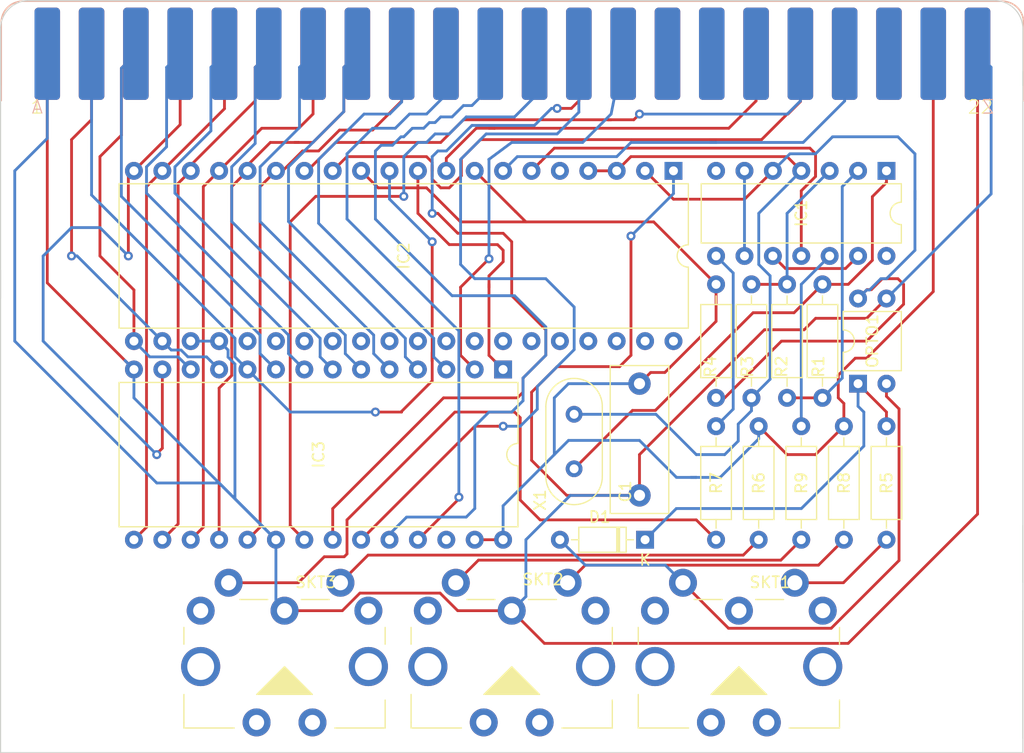
<source format=kicad_pcb>
(kicad_pcb (version 20171130) (host pcbnew 5.0.2-bee76a0~70~ubuntu14.04.1)

  (general
    (thickness 1.6)
    (drawings 11)
    (tracks 550)
    (zones 0)
    (modules 20)
    (nets 68)
  )

  (page A4)
  (layers
    (0 F.Cu signal)
    (31 B.Cu signal)
    (32 B.Adhes user)
    (33 F.Adhes user)
    (34 B.Paste user)
    (35 F.Paste user)
    (36 B.SilkS user)
    (37 F.SilkS user)
    (38 B.Mask user)
    (39 F.Mask user)
    (40 Dwgs.User user)
    (41 Cmts.User user)
    (42 Eco1.User user)
    (43 Eco2.User user)
    (44 Edge.Cuts user)
    (45 Margin user)
    (46 B.CrtYd user)
    (47 F.CrtYd user)
    (48 B.Fab user)
    (49 F.Fab user)
  )

  (setup
    (last_trace_width 0.25)
    (trace_clearance 0.2)
    (zone_clearance 0.508)
    (zone_45_only no)
    (trace_min 0.2)
    (segment_width 0.2)
    (edge_width 0.1)
    (via_size 0.8)
    (via_drill 0.4)
    (via_min_size 0.4)
    (via_min_drill 0.3)
    (uvia_size 0.3)
    (uvia_drill 0.1)
    (uvias_allowed no)
    (uvia_min_size 0.2)
    (uvia_min_drill 0.1)
    (pcb_text_width 0.3)
    (pcb_text_size 1.5 1.5)
    (mod_edge_width 0.15)
    (mod_text_size 1 1)
    (mod_text_width 0.15)
    (pad_size 1.5 1.5)
    (pad_drill 0.6)
    (pad_to_mask_clearance 0)
    (solder_mask_min_width 0.25)
    (aux_axis_origin 0 0)
    (visible_elements FFFFFF7F)
    (pcbplotparams
      (layerselection 0x3ffff_ffffffff)
      (usegerberextensions false)
      (usegerberattributes true)
      (usegerberadvancedattributes true)
      (creategerberjobfile true)
      (excludeedgelayer true)
      (linewidth 0.100000)
      (plotframeref false)
      (viasonmask false)
      (mode 1)
      (useauxorigin false)
      (hpglpennumber 1)
      (hpglpenspeed 20)
      (hpglpendiameter 15.000000)
      (psnegative false)
      (psa4output false)
      (plotreference true)
      (plotvalue true)
      (plotinvisibletext false)
      (padsonsilk false)
      (subtractmaskfromsilk false)
      (outputformat 1)
      (mirror false)
      (drillshape 0)
      (scaleselection 1)
      (outputdirectory "."))
  )

  (net 0 "")
  (net 1 +5V)
  (net 2 "Net-(IC1-Pad8)")
  (net 3 "Net-(D1-Pad1)")
  (net 4 "Net-(IC1-Pad1)")
  (net 5 "Net-(IC1-Pad2)")
  (net 6 "Net-(IC1-Pad3)")
  (net 7 "Net-(IC1-Pad4)")
  (net 8 "Net-(IC1-Pad5)")
  (net 9 "Net-(IC1-Pad12)")
  (net 10 GND)
  (net 11 "Net-(D1-Pad2)")
  (net 12 /D1)
  (net 13 /D0)
  (net 14 "Net-(IC2-Pad5)")
  (net 15 "Net-(IC1-Pad11)")
  (net 16 "Net-(IC2-Pad7)")
  (net 17 IO3)
  (net 18 CA0)
  (net 19 R_W)
  (net 20 S02)
  (net 21 /D7)
  (net 22 /D6)
  (net 23 /D5)
  (net 24 /D4)
  (net 25 /D3)
  (net 26 /D2)
  (net 27 /A12)
  (net 28 /A7)
  (net 29 /A6)
  (net 30 /A5)
  (net 31 /A4)
  (net 32 /A3)
  (net 33 /A10)
  (net 34 /A2)
  (net 35 BLK5)
  (net 36 /A1)
  (net 37 /A11)
  (net 38 /A9)
  (net 39 /A8)
  (net 40 "Net-(IC3-Pad26)")
  (net 41 "Net-(IC1-Pad6)")
  (net 42 "Net-(IC1-Pad10)")
  (net 43 "Net-(P1-PadY)")
  (net 44 "Net-(P1-PadX)")
  (net 45 "Net-(P1-PadU)")
  (net 46 "Net-(P1-PadT)")
  (net 47 "Net-(P1-PadS)")
  (net 48 "Net-(P1-Pad20)")
  (net 49 "Net-(P1-Pad19)")
  (net 50 "Net-(P1-Pad16)")
  (net 51 "Net-(P1-Pad15)")
  (net 52 "Net-(P1-Pad14)")
  (net 53 "Net-(P1-Pad12)")
  (net 54 "Net-(P1-Pad10)")
  (net 55 "Net-(P1-Pad11)")
  (net 56 "Net-(R8-Pad2)")
  (net 57 "Net-(R5-Pad2)")
  (net 58 "Net-(R6-Pad2)")
  (net 59 "Net-(R7-Pad2)")
  (net 60 "Net-(R9-Pad2)")
  (net 61 "Net-(SKT1-Pad1)")
  (net 62 "Net-(SKT1-Pad3)")
  (net 63 "Net-(SKT2-Pad3)")
  (net 64 "Net-(SKT2-Pad1)")
  (net 65 "Net-(SKT3-Pad1)")
  (net 66 "Net-(SKT3-Pad3)")
  (net 67 "Net-(SKT1-Pad2)")

  (net_class Default "This is the default net class."
    (clearance 0.2)
    (trace_width 0.25)
    (via_dia 0.8)
    (via_drill 0.4)
    (uvia_dia 0.3)
    (uvia_drill 0.1)
    (add_net +5V)
    (add_net /A1)
    (add_net /A10)
    (add_net /A11)
    (add_net /A12)
    (add_net /A2)
    (add_net /A3)
    (add_net /A4)
    (add_net /A5)
    (add_net /A6)
    (add_net /A7)
    (add_net /A8)
    (add_net /A9)
    (add_net /D0)
    (add_net /D1)
    (add_net /D2)
    (add_net /D3)
    (add_net /D4)
    (add_net /D5)
    (add_net /D6)
    (add_net /D7)
    (add_net BLK5)
    (add_net CA0)
    (add_net GND)
    (add_net IO3)
    (add_net "Net-(D1-Pad1)")
    (add_net "Net-(D1-Pad2)")
    (add_net "Net-(IC1-Pad1)")
    (add_net "Net-(IC1-Pad10)")
    (add_net "Net-(IC1-Pad11)")
    (add_net "Net-(IC1-Pad12)")
    (add_net "Net-(IC1-Pad2)")
    (add_net "Net-(IC1-Pad3)")
    (add_net "Net-(IC1-Pad4)")
    (add_net "Net-(IC1-Pad5)")
    (add_net "Net-(IC1-Pad6)")
    (add_net "Net-(IC1-Pad8)")
    (add_net "Net-(IC2-Pad5)")
    (add_net "Net-(IC2-Pad7)")
    (add_net "Net-(IC3-Pad26)")
    (add_net "Net-(P1-Pad10)")
    (add_net "Net-(P1-Pad11)")
    (add_net "Net-(P1-Pad12)")
    (add_net "Net-(P1-Pad14)")
    (add_net "Net-(P1-Pad15)")
    (add_net "Net-(P1-Pad16)")
    (add_net "Net-(P1-Pad19)")
    (add_net "Net-(P1-Pad20)")
    (add_net "Net-(P1-PadS)")
    (add_net "Net-(P1-PadT)")
    (add_net "Net-(P1-PadU)")
    (add_net "Net-(P1-PadX)")
    (add_net "Net-(P1-PadY)")
    (add_net "Net-(R5-Pad2)")
    (add_net "Net-(R6-Pad2)")
    (add_net "Net-(R7-Pad2)")
    (add_net "Net-(R8-Pad2)")
    (add_net "Net-(R9-Pad2)")
    (add_net "Net-(SKT1-Pad1)")
    (add_net "Net-(SKT1-Pad2)")
    (add_net "Net-(SKT1-Pad3)")
    (add_net "Net-(SKT2-Pad1)")
    (add_net "Net-(SKT2-Pad3)")
    (add_net "Net-(SKT3-Pad1)")
    (add_net "Net-(SKT3-Pad3)")
    (add_net R_W)
    (add_net S02)
  )

  (module C=:MA156-22-2 (layer F.Cu) (tedit 69856A64) (tstamp 699F27BC)
    (at 133.413501 80.073501)
    (path /6979C00A)
    (fp_text reference P1 (at 52.705 0.635 180) (layer F.SilkS) hide
      (effects (font (size 1.2065 1.2065) (thickness 0.1016)) (justify left bottom))
    )
    (fp_text value EXPANSIONPORT-VIC20-EDGE (at -0.635 -13.335) (layer F.Fab) hide
      (effects (font (size 1.2065 1.2065) (thickness 0.1016)) (justify left bottom))
    )
    (fp_line (start -34.29 -11.43) (end 54.61 -11.43) (layer B.CrtYd) (width 0.15))
    (fp_line (start -34.29 -1.27) (end -34.29 -11.43) (layer B.CrtYd) (width 0.15))
    (fp_line (start 54.61 -1.27) (end -34.29 -1.27) (layer B.CrtYd) (width 0.15))
    (fp_line (start 54.61 -11.43) (end 54.61 -1.27) (layer B.CrtYd) (width 0.15))
    (fp_line (start -34.29 -11.43) (end 54.61 -11.43) (layer F.CrtYd) (width 0.15))
    (fp_line (start -34.29 -1.27) (end -34.29 -11.43) (layer F.CrtYd) (width 0.15))
    (fp_line (start 54.61 -1.27) (end -34.29 -1.27) (layer F.CrtYd) (width 0.15))
    (fp_line (start 54.61 -11.43) (end 54.61 -1.27) (layer F.CrtYd) (width 0.15))
    (fp_arc (start 53.975 -9.525) (end 55.88 -9.525) (angle -90) (layer F.SilkS) (width 0.127))
    (fp_line (start 53.975 -11.43) (end -33.655 -11.43) (layer F.SilkS) (width 0.127))
    (fp_arc (start -33.655 -9.525) (end -33.655 -11.43) (angle -90) (layer F.SilkS) (width 0.127))
    (fp_line (start -35.56 -9.525) (end -35.56 -2.54) (layer F.SilkS) (width 0.127))
    (fp_line (start 55.88 -9.525) (end 55.88 -2.54) (layer F.SilkS) (width 0.127))
    (fp_line (start 55.88 -2.54) (end 55.88 -9.525) (layer B.SilkS) (width 0.127))
    (fp_arc (start 53.975 -9.525) (end 55.88 -9.525) (angle -90) (layer B.SilkS) (width 0.127))
    (fp_line (start 53.975 -11.43) (end -33.655 -11.43) (layer B.SilkS) (width 0.127))
    (fp_arc (start -33.655 -9.525) (end -33.655 -11.43) (angle -90) (layer B.SilkS) (width 0.127))
    (fp_line (start -35.56 -9.525) (end -35.56 -2.54) (layer B.SilkS) (width 0.127))
    (fp_text user 1 (at -33.02 -1.27 180) (layer F.SilkS)
      (effects (font (size 1.2065 1.2065) (thickness 0.1016)) (justify left bottom))
    )
    (fp_text user 22 (at 50.8 -1.27 180) (layer F.SilkS)
      (effects (font (size 1.2065 1.2065) (thickness 0.1016)) (justify left bottom))
    )
    (fp_text user A (at -31.75 -1.27 180) (layer B.SilkS)
      (effects (font (size 1.2065 1.2065) (thickness 0.1016)) (justify left bottom mirror))
    )
    (fp_text user Z (at 53.34 -1.27 180) (layer B.SilkS)
      (effects (font (size 1.2065 1.2065) (thickness 0.1016)) (justify left bottom mirror))
    )
    (pad 11 smd roundrect (at 8.1788 -6.731) (size 2.286 8.255) (layers F.Cu F.Paste F.Mask) (roundrect_rratio 0.15)
      (net 55 "Net-(P1-Pad11)") (solder_mask_margin 0.1016))
    (pad 10 smd roundrect (at 4.2164 -6.731) (size 2.286 8.255) (layers F.Cu F.Paste F.Mask) (roundrect_rratio 0.15)
      (net 54 "Net-(P1-Pad10)") (solder_mask_margin 0.1016))
    (pad 9 smd roundrect (at 0.254 -6.731) (size 2.286 8.255) (layers F.Cu F.Paste F.Mask) (roundrect_rratio 0.15)
      (net 21 /D7) (solder_mask_margin 0.1016))
    (pad 8 smd roundrect (at -3.7084 -6.731) (size 2.286 8.255) (layers F.Cu F.Paste F.Mask) (roundrect_rratio 0.15)
      (net 22 /D6) (solder_mask_margin 0.1016))
    (pad 7 smd roundrect (at -7.6708 -6.731) (size 2.286 8.255) (layers F.Cu F.Paste F.Mask) (roundrect_rratio 0.15)
      (net 23 /D5) (solder_mask_margin 0.1016))
    (pad 6 smd roundrect (at -11.6332 -6.731) (size 2.286 8.255) (layers F.Cu F.Paste F.Mask) (roundrect_rratio 0.15)
      (net 24 /D4) (solder_mask_margin 0.1016))
    (pad 5 smd roundrect (at -15.5956 -6.731) (size 2.286 8.255) (layers F.Cu F.Paste F.Mask) (roundrect_rratio 0.15)
      (net 25 /D3) (solder_mask_margin 0.1016))
    (pad 4 smd roundrect (at -19.558 -6.731) (size 2.286 8.255) (layers F.Cu F.Paste F.Mask) (roundrect_rratio 0.15)
      (net 26 /D2) (solder_mask_margin 0.1016))
    (pad 3 smd roundrect (at -23.5204 -6.731) (size 2.286 8.255) (layers F.Cu F.Paste F.Mask) (roundrect_rratio 0.15)
      (net 12 /D1) (solder_mask_margin 0.1016))
    (pad 2 smd roundrect (at -27.4828 -6.731) (size 2.286 8.255) (layers F.Cu F.Paste F.Mask) (roundrect_rratio 0.15)
      (net 13 /D0) (solder_mask_margin 0.1016))
    (pad 1 smd roundrect (at -31.4452 -6.731) (size 2.286 8.255) (layers F.Cu F.Paste F.Mask) (roundrect_rratio 0.15)
      (net 10 GND) (solder_mask_margin 0.1016))
    (pad 12 smd roundrect (at 12.1412 -6.731) (size 2.286 8.255) (layers F.Cu F.Paste F.Mask) (roundrect_rratio 0.15)
      (net 53 "Net-(P1-Pad12)") (solder_mask_margin 0.1016))
    (pad 13 smd roundrect (at 16.1036 -6.731) (size 2.286 8.255) (layers F.Cu F.Paste F.Mask) (roundrect_rratio 0.15)
      (net 35 BLK5) (solder_mask_margin 0.1016))
    (pad 14 smd roundrect (at 20.066 -6.731) (size 2.286 8.255) (layers F.Cu F.Paste F.Mask) (roundrect_rratio 0.15)
      (net 52 "Net-(P1-Pad14)") (solder_mask_margin 0.1016))
    (pad 15 smd roundrect (at 24.0284 -6.731) (size 2.286 8.255) (layers F.Cu F.Paste F.Mask) (roundrect_rratio 0.15)
      (net 51 "Net-(P1-Pad15)") (solder_mask_margin 0.1016))
    (pad 16 smd roundrect (at 27.9908 -6.731) (size 2.286 8.255) (layers F.Cu F.Paste F.Mask) (roundrect_rratio 0.15)
      (net 50 "Net-(P1-Pad16)") (solder_mask_margin 0.1016))
    (pad 17 smd roundrect (at 31.9532 -6.731) (size 2.286 8.255) (layers F.Cu F.Paste F.Mask) (roundrect_rratio 0.15)
      (net 17 IO3) (solder_mask_margin 0.1016))
    (pad 18 smd roundrect (at 35.9156 -6.731) (size 2.286 8.255) (layers F.Cu F.Paste F.Mask) (roundrect_rratio 0.15)
      (net 19 R_W) (solder_mask_margin 0.1016))
    (pad 19 smd roundrect (at 39.878 -6.731) (size 2.286 8.255) (layers F.Cu F.Paste F.Mask) (roundrect_rratio 0.15)
      (net 49 "Net-(P1-Pad19)") (solder_mask_margin 0.1016))
    (pad 20 smd roundrect (at 43.8404 -6.731) (size 2.286 8.255) (layers F.Cu F.Paste F.Mask) (roundrect_rratio 0.15)
      (net 48 "Net-(P1-Pad20)") (solder_mask_margin 0.1016))
    (pad 21 smd roundrect (at 47.8028 -6.731) (size 2.286 8.255) (layers F.Cu F.Paste F.Mask) (roundrect_rratio 0.15)
      (net 1 +5V) (solder_mask_margin 0.1016))
    (pad 22 smd roundrect (at 51.7652 -6.731) (size 2.286 8.255) (layers F.Cu F.Paste F.Mask) (roundrect_rratio 0.15)
      (net 10 GND) (solder_mask_margin 0.1016))
    (pad A smd roundrect (at -31.4452 -6.731) (size 2.286 8.255) (layers B.Cu B.Paste B.Mask) (roundrect_rratio 0.15)
      (net 10 GND) (solder_mask_margin 0.1016))
    (pad B smd roundrect (at -27.4828 -6.731) (size 2.286 8.255) (layers B.Cu B.Paste B.Mask) (roundrect_rratio 0.15)
      (net 18 CA0) (solder_mask_margin 0.1016))
    (pad C smd roundrect (at -23.5204 -6.731) (size 2.286 8.255) (layers B.Cu B.Paste B.Mask) (roundrect_rratio 0.15)
      (net 36 /A1) (solder_mask_margin 0.1016))
    (pad D smd roundrect (at -19.558 -6.731) (size 2.286 8.255) (layers B.Cu B.Paste B.Mask) (roundrect_rratio 0.15)
      (net 34 /A2) (solder_mask_margin 0.1016))
    (pad E smd roundrect (at -15.5956 -6.731) (size 2.286 8.255) (layers B.Cu B.Paste B.Mask) (roundrect_rratio 0.15)
      (net 32 /A3) (solder_mask_margin 0.1016))
    (pad F smd roundrect (at -11.6332 -6.731) (size 2.286 8.255) (layers B.Cu B.Paste B.Mask) (roundrect_rratio 0.15)
      (net 31 /A4) (solder_mask_margin 0.1016))
    (pad H smd roundrect (at -7.6708 -6.731) (size 2.286 8.255) (layers B.Cu B.Paste B.Mask) (roundrect_rratio 0.15)
      (net 30 /A5) (solder_mask_margin 0.1016))
    (pad J smd roundrect (at -3.7084 -6.731) (size 2.286 8.255) (layers B.Cu B.Paste B.Mask) (roundrect_rratio 0.15)
      (net 29 /A6) (solder_mask_margin 0.1016))
    (pad K smd roundrect (at 0.254 -6.731) (size 2.286 8.255) (layers B.Cu B.Paste B.Mask) (roundrect_rratio 0.15)
      (net 28 /A7) (solder_mask_margin 0.1016))
    (pad L smd roundrect (at 4.2164 -6.731) (size 2.286 8.255) (layers B.Cu B.Paste B.Mask) (roundrect_rratio 0.15)
      (net 39 /A8) (solder_mask_margin 0.1016))
    (pad M smd roundrect (at 8.1788 -6.731) (size 2.286 8.255) (layers B.Cu B.Paste B.Mask) (roundrect_rratio 0.15)
      (net 38 /A9) (solder_mask_margin 0.1016))
    (pad N smd roundrect (at 12.1412 -6.731) (size 2.286 8.255) (layers B.Cu B.Paste B.Mask) (roundrect_rratio 0.15)
      (net 33 /A10) (solder_mask_margin 0.1016))
    (pad P smd roundrect (at 16.1036 -6.731) (size 2.286 8.255) (layers B.Cu B.Paste B.Mask) (roundrect_rratio 0.15)
      (net 37 /A11) (solder_mask_margin 0.1016))
    (pad R smd roundrect (at 20.066 -6.731) (size 2.286 8.255) (layers B.Cu B.Paste B.Mask) (roundrect_rratio 0.15)
      (net 27 /A12) (solder_mask_margin 0.1016))
    (pad S smd roundrect (at 24.0284 -6.731) (size 2.286 8.255) (layers B.Cu B.Paste B.Mask) (roundrect_rratio 0.15)
      (net 47 "Net-(P1-PadS)") (solder_mask_margin 0.1016))
    (pad T smd roundrect (at 27.9908 -6.731) (size 2.286 8.255) (layers B.Cu B.Paste B.Mask) (roundrect_rratio 0.15)
      (net 46 "Net-(P1-PadT)") (solder_mask_margin 0.1016))
    (pad U smd roundrect (at 31.9532 -6.731) (size 2.286 8.255) (layers B.Cu B.Paste B.Mask) (roundrect_rratio 0.15)
      (net 45 "Net-(P1-PadU)") (solder_mask_margin 0.1016))
    (pad V smd roundrect (at 35.9156 -6.731) (size 2.286 8.255) (layers B.Cu B.Paste B.Mask) (roundrect_rratio 0.15)
      (net 20 S02) (solder_mask_margin 0.1016))
    (pad W smd roundrect (at 39.878 -6.731) (size 2.286 8.255) (layers B.Cu B.Paste B.Mask) (roundrect_rratio 0.15)
      (net 16 "Net-(IC2-Pad7)") (solder_mask_margin 0.1016))
    (pad X smd roundrect (at 43.8404 -6.731) (size 2.286 8.255) (layers B.Cu B.Paste B.Mask) (roundrect_rratio 0.15)
      (net 44 "Net-(P1-PadX)") (solder_mask_margin 0.1016))
    (pad Y smd roundrect (at 47.8028 -6.731) (size 2.286 8.255) (layers B.Cu B.Paste B.Mask) (roundrect_rratio 0.15)
      (net 43 "Net-(P1-PadY)") (solder_mask_margin 0.1016))
    (pad Z smd roundrect (at 51.7652 -6.731) (size 2.286 8.255) (layers B.Cu B.Paste B.Mask) (roundrect_rratio 0.15)
      (net 10 GND) (solder_mask_margin 0.1016))
  )

  (module C=:DIN5_MIDI (layer F.Cu) (tedit 6987C9DB) (tstamp 6992BA01)
    (at 123.19 123.19 90)
    (path /69846016)
    (fp_text reference SKT3 (at 2.54 2.794 180) (layer F.SilkS)
      (effects (font (size 1 1) (thickness 0.15)))
    )
    (fp_text value MIDI_THRU (at -4 -4 90) (layer F.Fab)
      (effects (font (size 1 1) (thickness 0.15)))
    )
    (fp_line (start -11.8 0) (end -11.8 -10) (layer F.CrtYd) (width 0.12))
    (fp_line (start -11.8 0) (end -11.8 10) (layer F.CrtYd) (width 0.12))
    (fp_line (start -11.8 10) (end 4.5 10) (layer F.CrtYd) (width 0.12))
    (fp_line (start 4.5 10) (end 4.5 -10) (layer F.CrtYd) (width 0.12))
    (fp_line (start 4.5 -10) (end -11.8 -10) (layer F.CrtYd) (width 0.12))
    (fp_poly (pts (xy -5 0) (xy -7.5 2.5) (xy -7.5 -2.5)) (layer F.SilkS) (width 0.1))
    (fp_line (start 1 -4) (end 1 -1.5) (layer F.SilkS) (width 0.12))
    (fp_line (start 1 1.5) (end 1 4) (layer F.SilkS) (width 0.12))
    (fp_line (start -10.5 9) (end -8 9) (layer F.SilkS) (width 0.12))
    (fp_line (start -10 -9) (end -7.5 -9) (layer F.SilkS) (width 0.12))
    (fp_line (start -3 -9) (end -1.5 -9) (layer F.SilkS) (width 0.12))
    (fp_line (start -3 9) (end -1.5 9) (layer F.SilkS) (width 0.12))
    (fp_line (start -10.5 9) (end -10.5 4.5) (layer F.SilkS) (width 0.12))
    (fp_line (start -10 -9) (end -10.5 -9) (layer F.SilkS) (width 0.12))
    (fp_line (start -10.5 -9) (end -10.5 -4.5) (layer F.SilkS) (width 0.12))
    (pad 2 thru_hole circle (at 0 0 90) (size 2.5 2.5) (drill 1.35) (layers *.Cu *.Mask)
      (net 10 GND))
    (pad 3 thru_hole circle (at 0 -7.5 90) (size 2.5 2.5) (drill 1.35) (layers *.Cu *.Mask)
      (net 66 "Net-(SKT3-Pad3)"))
    (pad 1 thru_hole circle (at 0 7.5 90) (size 2.5 2.5) (drill 1.35) (layers *.Cu *.Mask)
      (net 65 "Net-(SKT3-Pad1)"))
    (pad 5 thru_hole circle (at 2.5 -5 90) (size 2.5 2.5) (drill 1.35) (layers *.Cu *.Mask)
      (net 59 "Net-(R7-Pad2)"))
    (pad 4 thru_hole circle (at 2.5 5 90) (size 2.5 2.5) (drill 1.35) (layers *.Cu *.Mask)
      (net 58 "Net-(R6-Pad2)"))
    (pad "" thru_hole circle (at -5 -7.5 90) (size 3.5 3.5) (drill 2.4) (layers *.Cu *.Mask))
    (pad "" thru_hole circle (at -5 7.5 90) (size 3.5 3.5) (drill 2.4) (layers *.Cu *.Mask))
    (pad G thru_hole circle (at -10 -2.5 90) (size 2.5 2.5) (drill 1.35) (layers *.Cu *.Mask))
    (pad G thru_hole circle (at -10 2.5 90) (size 2.5 2.5) (drill 1.35) (layers *.Cu *.Mask))
  )

  (module C=:DIN5_MIDI (layer F.Cu) (tedit 6987C9C2) (tstamp 6992B9E5)
    (at 143.51 123.19 90)
    (path /69846093)
    (fp_text reference SKT2 (at 2.794 2.794 180) (layer F.SilkS)
      (effects (font (size 1 1) (thickness 0.15)))
    )
    (fp_text value MIDI_OUT (at -4 -4 90) (layer F.Fab)
      (effects (font (size 1 1) (thickness 0.15)))
    )
    (fp_line (start -11.8 0) (end -11.8 -10) (layer F.CrtYd) (width 0.12))
    (fp_line (start -11.8 0) (end -11.8 10) (layer F.CrtYd) (width 0.12))
    (fp_line (start -11.8 10) (end 4.5 10) (layer F.CrtYd) (width 0.12))
    (fp_line (start 4.5 10) (end 4.5 -10) (layer F.CrtYd) (width 0.12))
    (fp_line (start 4.5 -10) (end -11.8 -10) (layer F.CrtYd) (width 0.12))
    (fp_poly (pts (xy -5 0) (xy -7.5 2.5) (xy -7.5 -2.5)) (layer F.SilkS) (width 0.1))
    (fp_line (start 1 -4) (end 1 -1.5) (layer F.SilkS) (width 0.12))
    (fp_line (start 1 1.5) (end 1 4) (layer F.SilkS) (width 0.12))
    (fp_line (start -10.5 9) (end -8 9) (layer F.SilkS) (width 0.12))
    (fp_line (start -10 -9) (end -7.5 -9) (layer F.SilkS) (width 0.12))
    (fp_line (start -3 -9) (end -1.5 -9) (layer F.SilkS) (width 0.12))
    (fp_line (start -3 9) (end -1.5 9) (layer F.SilkS) (width 0.12))
    (fp_line (start -10.5 9) (end -10.5 4.5) (layer F.SilkS) (width 0.12))
    (fp_line (start -10 -9) (end -10.5 -9) (layer F.SilkS) (width 0.12))
    (fp_line (start -10.5 -9) (end -10.5 -4.5) (layer F.SilkS) (width 0.12))
    (pad 2 thru_hole circle (at 0 0 90) (size 2.5 2.5) (drill 1.35) (layers *.Cu *.Mask)
      (net 10 GND))
    (pad 3 thru_hole circle (at 0 -7.5 90) (size 2.5 2.5) (drill 1.35) (layers *.Cu *.Mask)
      (net 63 "Net-(SKT2-Pad3)"))
    (pad 1 thru_hole circle (at 0 7.5 90) (size 2.5 2.5) (drill 1.35) (layers *.Cu *.Mask)
      (net 64 "Net-(SKT2-Pad1)"))
    (pad 5 thru_hole circle (at 2.5 -5 90) (size 2.5 2.5) (drill 1.35) (layers *.Cu *.Mask)
      (net 60 "Net-(R9-Pad2)"))
    (pad 4 thru_hole circle (at 2.5 5 90) (size 2.5 2.5) (drill 1.35) (layers *.Cu *.Mask)
      (net 56 "Net-(R8-Pad2)"))
    (pad "" thru_hole circle (at -5 -7.5 90) (size 3.5 3.5) (drill 2.4) (layers *.Cu *.Mask))
    (pad "" thru_hole circle (at -5 7.5 90) (size 3.5 3.5) (drill 2.4) (layers *.Cu *.Mask))
    (pad G thru_hole circle (at -10 -2.5 90) (size 2.5 2.5) (drill 1.35) (layers *.Cu *.Mask))
    (pad G thru_hole circle (at -10 2.5 90) (size 2.5 2.5) (drill 1.35) (layers *.Cu *.Mask))
  )

  (module C=:DIN5_MIDI (layer F.Cu) (tedit 5E9FED74) (tstamp 6992B9C9)
    (at 163.83 123.19 90)
    (path /698451A4)
    (fp_text reference SKT1 (at 2.54 2.794 180) (layer F.SilkS)
      (effects (font (size 1 1) (thickness 0.15)))
    )
    (fp_text value MIDI_IN (at -4 -4 90) (layer F.Fab)
      (effects (font (size 1 1) (thickness 0.15)))
    )
    (fp_line (start -10.5 -9) (end -10.5 -4.5) (layer F.SilkS) (width 0.12))
    (fp_line (start -10 -9) (end -10.5 -9) (layer F.SilkS) (width 0.12))
    (fp_line (start -10.5 9) (end -10.5 4.5) (layer F.SilkS) (width 0.12))
    (fp_line (start -3 9) (end -1.5 9) (layer F.SilkS) (width 0.12))
    (fp_line (start -3 -9) (end -1.5 -9) (layer F.SilkS) (width 0.12))
    (fp_line (start -10 -9) (end -7.5 -9) (layer F.SilkS) (width 0.12))
    (fp_line (start -10.5 9) (end -8 9) (layer F.SilkS) (width 0.12))
    (fp_line (start 1 1.5) (end 1 4) (layer F.SilkS) (width 0.12))
    (fp_line (start 1 -4) (end 1 -1.5) (layer F.SilkS) (width 0.12))
    (fp_poly (pts (xy -5 0) (xy -7.5 2.5) (xy -7.5 -2.5)) (layer F.SilkS) (width 0.1))
    (fp_line (start 4.5 -10) (end -11.8 -10) (layer F.CrtYd) (width 0.12))
    (fp_line (start 4.5 10) (end 4.5 -10) (layer F.CrtYd) (width 0.12))
    (fp_line (start -11.8 10) (end 4.5 10) (layer F.CrtYd) (width 0.12))
    (fp_line (start -11.8 0) (end -11.8 10) (layer F.CrtYd) (width 0.12))
    (fp_line (start -11.8 0) (end -11.8 -10) (layer F.CrtYd) (width 0.12))
    (pad G thru_hole circle (at -10 2.5 90) (size 2.5 2.5) (drill 1.35) (layers *.Cu *.Mask))
    (pad G thru_hole circle (at -10 -2.5 90) (size 2.5 2.5) (drill 1.35) (layers *.Cu *.Mask))
    (pad "" thru_hole circle (at -5 7.5 90) (size 3.5 3.5) (drill 2.4) (layers *.Cu *.Mask))
    (pad "" thru_hole circle (at -5 -7.5 90) (size 3.5 3.5) (drill 2.4) (layers *.Cu *.Mask))
    (pad 4 thru_hole circle (at 2.5 5 90) (size 2.5 2.5) (drill 1.35) (layers *.Cu *.Mask)
      (net 57 "Net-(R5-Pad2)"))
    (pad 5 thru_hole circle (at 2.5 -5 90) (size 2.5 2.5) (drill 1.35) (layers *.Cu *.Mask)
      (net 11 "Net-(D1-Pad2)"))
    (pad 1 thru_hole circle (at 0 7.5 90) (size 2.5 2.5) (drill 1.35) (layers *.Cu *.Mask)
      (net 61 "Net-(SKT1-Pad1)"))
    (pad 3 thru_hole circle (at 0 -7.5 90) (size 2.5 2.5) (drill 1.35) (layers *.Cu *.Mask)
      (net 62 "Net-(SKT1-Pad3)"))
    (pad 2 thru_hole circle (at 0 0 90) (size 2.5 2.5) (drill 1.35) (layers *.Cu *.Mask)
      (net 67 "Net-(SKT1-Pad2)"))
  )

  (module Capacitor_THT:C_Rect_L13.0mm_W5.0mm_P10.00mm_FKS3_FKP3_MKS4 (layer F.Cu) (tedit 5AE50EF0) (tstamp 69922E5C)
    (at 154.94 102.87 270)
    (descr "C, Rect series, Radial, pin pitch=10.00mm, , length*width=13*5mm^2, Capacitor, http://www.wima.com/EN/WIMA_FKS_3.pdf, http://www.wima.com/EN/WIMA_MKS_4.pdf")
    (tags "C Rect series Radial pin pitch 10.00mm  length 13mm width 5mm Capacitor")
    (path /6979C5B1)
    (fp_text reference C1 (at 9.652 1.27 270) (layer F.SilkS)
      (effects (font (size 1 1) (thickness 0.15)))
    )
    (fp_text value 100nF (at 5 -1.27 270) (layer F.Fab)
      (effects (font (size 1 1) (thickness 0.15)))
    )
    (fp_text user %R (at 5 0 270) (layer F.Fab)
      (effects (font (size 1 1) (thickness 0.15)))
    )
    (fp_line (start 11.75 -2.75) (end -1.75 -2.75) (layer F.CrtYd) (width 0.05))
    (fp_line (start 11.75 2.75) (end 11.75 -2.75) (layer F.CrtYd) (width 0.05))
    (fp_line (start -1.75 2.75) (end 11.75 2.75) (layer F.CrtYd) (width 0.05))
    (fp_line (start -1.75 -2.75) (end -1.75 2.75) (layer F.CrtYd) (width 0.05))
    (fp_line (start 11.62 -2.62) (end 11.62 2.62) (layer F.SilkS) (width 0.12))
    (fp_line (start -1.62 -2.62) (end -1.62 2.62) (layer F.SilkS) (width 0.12))
    (fp_line (start -1.62 2.62) (end 11.62 2.62) (layer F.SilkS) (width 0.12))
    (fp_line (start -1.62 -2.62) (end 11.62 -2.62) (layer F.SilkS) (width 0.12))
    (fp_line (start 11.5 -2.5) (end -1.5 -2.5) (layer F.Fab) (width 0.1))
    (fp_line (start 11.5 2.5) (end 11.5 -2.5) (layer F.Fab) (width 0.1))
    (fp_line (start -1.5 2.5) (end 11.5 2.5) (layer F.Fab) (width 0.1))
    (fp_line (start -1.5 -2.5) (end -1.5 2.5) (layer F.Fab) (width 0.1))
    (pad 2 thru_hole circle (at 10 0 270) (size 2 2) (drill 1) (layers *.Cu *.Mask)
      (net 10 GND))
    (pad 1 thru_hole circle (at 0 0 270) (size 2 2) (drill 1) (layers *.Cu *.Mask)
      (net 1 +5V))
    (model ${KISYS3DMOD}/Capacitor_THT.3dshapes/C_Rect_L13.0mm_W5.0mm_P10.00mm_FKS3_FKP3_MKS4.wrl
      (at (xyz 0 0 0))
      (scale (xyz 1 1 1))
      (rotate (xyz 0 0 0))
    )
  )

  (module Crystal:Crystal_HC49-U_Vertical (layer F.Cu) (tedit 5A1AD3B8) (tstamp 69922E49)
    (at 149.09 110.49 90)
    (descr "Crystal THT HC-49/U http://5hertz.com/pdfs/04404_D.pdf")
    (tags "THT crystalHC-49/U")
    (path /6979D32A)
    (fp_text reference X1 (at -2.794 -3.04 90) (layer F.SilkS)
      (effects (font (size 1 1) (thickness 0.15)))
    )
    (fp_text value 2MHz (at 8.382 -3.04 90) (layer F.Fab)
      (effects (font (size 1 1) (thickness 0.15)))
    )
    (fp_arc (start 5.565 0) (end 5.565 -2.525) (angle 180) (layer F.SilkS) (width 0.12))
    (fp_arc (start -0.685 0) (end -0.685 -2.525) (angle -180) (layer F.SilkS) (width 0.12))
    (fp_arc (start 5.44 0) (end 5.44 -2) (angle 180) (layer F.Fab) (width 0.1))
    (fp_arc (start -0.56 0) (end -0.56 -2) (angle -180) (layer F.Fab) (width 0.1))
    (fp_arc (start 5.565 0) (end 5.565 -2.325) (angle 180) (layer F.Fab) (width 0.1))
    (fp_arc (start -0.685 0) (end -0.685 -2.325) (angle -180) (layer F.Fab) (width 0.1))
    (fp_line (start 8.4 -2.8) (end -3.5 -2.8) (layer F.CrtYd) (width 0.05))
    (fp_line (start 8.4 2.8) (end 8.4 -2.8) (layer F.CrtYd) (width 0.05))
    (fp_line (start -3.5 2.8) (end 8.4 2.8) (layer F.CrtYd) (width 0.05))
    (fp_line (start -3.5 -2.8) (end -3.5 2.8) (layer F.CrtYd) (width 0.05))
    (fp_line (start -0.685 2.525) (end 5.565 2.525) (layer F.SilkS) (width 0.12))
    (fp_line (start -0.685 -2.525) (end 5.565 -2.525) (layer F.SilkS) (width 0.12))
    (fp_line (start -0.56 2) (end 5.44 2) (layer F.Fab) (width 0.1))
    (fp_line (start -0.56 -2) (end 5.44 -2) (layer F.Fab) (width 0.1))
    (fp_line (start -0.685 2.325) (end 5.565 2.325) (layer F.Fab) (width 0.1))
    (fp_line (start -0.685 -2.325) (end 5.565 -2.325) (layer F.Fab) (width 0.1))
    (fp_text user %R (at 2.44 0 90) (layer F.Fab)
      (effects (font (size 1 1) (thickness 0.15)))
    )
    (pad 2 thru_hole circle (at 4.88 0 90) (size 1.5 1.5) (drill 0.8) (layers *.Cu *.Mask)
      (net 7 "Net-(IC1-Pad4)"))
    (pad 1 thru_hole circle (at 0 0 90) (size 1.5 1.5) (drill 0.8) (layers *.Cu *.Mask)
      (net 4 "Net-(IC1-Pad1)"))
    (model ${KISYS3DMOD}/Crystal.3dshapes/Crystal_HC49-U_Vertical.wrl
      (at (xyz 0 0 0))
      (scale (xyz 1 1 1))
      (rotate (xyz 0 0 0))
    )
  )

  (module Diode_THT:D_DO-35_SOD27_P7.62mm_Horizontal (layer F.Cu) (tedit 5AE50CD5) (tstamp 69922E32)
    (at 155.44 116.84 180)
    (descr "Diode, DO-35_SOD27 series, Axial, Horizontal, pin pitch=7.62mm, , length*diameter=4*2mm^2, , http://www.diodes.com/_files/packages/DO-35.pdf")
    (tags "Diode DO-35_SOD27 series Axial Horizontal pin pitch 7.62mm  length 4mm diameter 2mm")
    (path /6979D1B8)
    (fp_text reference D1 (at 4.056 2.032 180) (layer F.SilkS)
      (effects (font (size 1 1) (thickness 0.15)))
    )
    (fp_text value 1N4148 (at 4.056 -2.032 180) (layer F.Fab)
      (effects (font (size 1 1) (thickness 0.15)))
    )
    (fp_text user K (at 0 -1.8 180) (layer F.SilkS)
      (effects (font (size 1 1) (thickness 0.15)))
    )
    (fp_text user K (at 0 -1.8 180) (layer F.Fab)
      (effects (font (size 1 1) (thickness 0.15)))
    )
    (fp_text user %R (at 4.11 0 180) (layer F.Fab)
      (effects (font (size 0.8 0.8) (thickness 0.12)))
    )
    (fp_line (start 8.67 -1.25) (end -1.05 -1.25) (layer F.CrtYd) (width 0.05))
    (fp_line (start 8.67 1.25) (end 8.67 -1.25) (layer F.CrtYd) (width 0.05))
    (fp_line (start -1.05 1.25) (end 8.67 1.25) (layer F.CrtYd) (width 0.05))
    (fp_line (start -1.05 -1.25) (end -1.05 1.25) (layer F.CrtYd) (width 0.05))
    (fp_line (start 2.29 -1.12) (end 2.29 1.12) (layer F.SilkS) (width 0.12))
    (fp_line (start 2.53 -1.12) (end 2.53 1.12) (layer F.SilkS) (width 0.12))
    (fp_line (start 2.41 -1.12) (end 2.41 1.12) (layer F.SilkS) (width 0.12))
    (fp_line (start 6.58 0) (end 5.93 0) (layer F.SilkS) (width 0.12))
    (fp_line (start 1.04 0) (end 1.69 0) (layer F.SilkS) (width 0.12))
    (fp_line (start 5.93 -1.12) (end 1.69 -1.12) (layer F.SilkS) (width 0.12))
    (fp_line (start 5.93 1.12) (end 5.93 -1.12) (layer F.SilkS) (width 0.12))
    (fp_line (start 1.69 1.12) (end 5.93 1.12) (layer F.SilkS) (width 0.12))
    (fp_line (start 1.69 -1.12) (end 1.69 1.12) (layer F.SilkS) (width 0.12))
    (fp_line (start 2.31 -1) (end 2.31 1) (layer F.Fab) (width 0.1))
    (fp_line (start 2.51 -1) (end 2.51 1) (layer F.Fab) (width 0.1))
    (fp_line (start 2.41 -1) (end 2.41 1) (layer F.Fab) (width 0.1))
    (fp_line (start 7.62 0) (end 5.81 0) (layer F.Fab) (width 0.1))
    (fp_line (start 0 0) (end 1.81 0) (layer F.Fab) (width 0.1))
    (fp_line (start 5.81 -1) (end 1.81 -1) (layer F.Fab) (width 0.1))
    (fp_line (start 5.81 1) (end 5.81 -1) (layer F.Fab) (width 0.1))
    (fp_line (start 1.81 1) (end 5.81 1) (layer F.Fab) (width 0.1))
    (fp_line (start 1.81 -1) (end 1.81 1) (layer F.Fab) (width 0.1))
    (pad 2 thru_hole oval (at 7.62 0 180) (size 1.6 1.6) (drill 0.8) (layers *.Cu *.Mask)
      (net 11 "Net-(D1-Pad2)"))
    (pad 1 thru_hole rect (at 0 0 180) (size 1.6 1.6) (drill 0.8) (layers *.Cu *.Mask)
      (net 3 "Net-(D1-Pad1)"))
    (model ${KISYS3DMOD}/Diode_THT.3dshapes/D_DO-35_SOD27_P7.62mm_Horizontal.wrl
      (at (xyz 0 0 0))
      (scale (xyz 1 1 1))
      (rotate (xyz 0 0 0))
    )
  )

  (module Package_DIP:DIP-14_W7.62mm (layer F.Cu) (tedit 5A02E8C5) (tstamp 69922E13)
    (at 177.03 83.82 270)
    (descr "14-lead though-hole mounted DIP package, row spacing 7.62 mm (300 mils)")
    (tags "THT DIP DIL PDIP 2.54mm 7.62mm 300mil")
    (path /6979CDD2)
    (fp_text reference IC1 (at 3.81 7.62 270) (layer F.SilkS)
      (effects (font (size 1 1) (thickness 0.15)))
    )
    (fp_text value 74LS04 (at 3.81 17.57 270) (layer F.Fab)
      (effects (font (size 1 1) (thickness 0.15)))
    )
    (fp_arc (start 3.81 -1.33) (end 2.81 -1.33) (angle -180) (layer F.SilkS) (width 0.12))
    (fp_line (start 1.635 -1.27) (end 6.985 -1.27) (layer F.Fab) (width 0.1))
    (fp_line (start 6.985 -1.27) (end 6.985 16.51) (layer F.Fab) (width 0.1))
    (fp_line (start 6.985 16.51) (end 0.635 16.51) (layer F.Fab) (width 0.1))
    (fp_line (start 0.635 16.51) (end 0.635 -0.27) (layer F.Fab) (width 0.1))
    (fp_line (start 0.635 -0.27) (end 1.635 -1.27) (layer F.Fab) (width 0.1))
    (fp_line (start 2.81 -1.33) (end 1.16 -1.33) (layer F.SilkS) (width 0.12))
    (fp_line (start 1.16 -1.33) (end 1.16 16.57) (layer F.SilkS) (width 0.12))
    (fp_line (start 1.16 16.57) (end 6.46 16.57) (layer F.SilkS) (width 0.12))
    (fp_line (start 6.46 16.57) (end 6.46 -1.33) (layer F.SilkS) (width 0.12))
    (fp_line (start 6.46 -1.33) (end 4.81 -1.33) (layer F.SilkS) (width 0.12))
    (fp_line (start -1.1 -1.55) (end -1.1 16.8) (layer F.CrtYd) (width 0.05))
    (fp_line (start -1.1 16.8) (end 8.7 16.8) (layer F.CrtYd) (width 0.05))
    (fp_line (start 8.7 16.8) (end 8.7 -1.55) (layer F.CrtYd) (width 0.05))
    (fp_line (start 8.7 -1.55) (end -1.1 -1.55) (layer F.CrtYd) (width 0.05))
    (fp_text user %R (at 3.81 7.62 270) (layer F.Fab)
      (effects (font (size 1 1) (thickness 0.15)))
    )
    (pad 1 thru_hole rect (at 0 0 270) (size 1.6 1.6) (drill 0.8) (layers *.Cu *.Mask)
      (net 4 "Net-(IC1-Pad1)"))
    (pad 8 thru_hole oval (at 7.62 15.24 270) (size 1.6 1.6) (drill 0.8) (layers *.Cu *.Mask)
      (net 2 "Net-(IC1-Pad8)"))
    (pad 2 thru_hole oval (at 0 2.54 270) (size 1.6 1.6) (drill 0.8) (layers *.Cu *.Mask)
      (net 5 "Net-(IC1-Pad2)"))
    (pad 9 thru_hole oval (at 7.62 12.7 270) (size 1.6 1.6) (drill 0.8) (layers *.Cu *.Mask)
      (net 41 "Net-(IC1-Pad6)"))
    (pad 3 thru_hole oval (at 0 5.08 270) (size 1.6 1.6) (drill 0.8) (layers *.Cu *.Mask)
      (net 6 "Net-(IC1-Pad3)"))
    (pad 10 thru_hole oval (at 7.62 10.16 270) (size 1.6 1.6) (drill 0.8) (layers *.Cu *.Mask)
      (net 42 "Net-(IC1-Pad10)"))
    (pad 4 thru_hole oval (at 0 7.62 270) (size 1.6 1.6) (drill 0.8) (layers *.Cu *.Mask)
      (net 7 "Net-(IC1-Pad4)"))
    (pad 11 thru_hole oval (at 7.62 7.62 270) (size 1.6 1.6) (drill 0.8) (layers *.Cu *.Mask)
      (net 15 "Net-(IC1-Pad11)"))
    (pad 5 thru_hole oval (at 0 10.16 270) (size 1.6 1.6) (drill 0.8) (layers *.Cu *.Mask)
      (net 8 "Net-(IC1-Pad5)"))
    (pad 12 thru_hole oval (at 7.62 5.08 270) (size 1.6 1.6) (drill 0.8) (layers *.Cu *.Mask)
      (net 9 "Net-(IC1-Pad12)"))
    (pad 6 thru_hole oval (at 0 12.7 270) (size 1.6 1.6) (drill 0.8) (layers *.Cu *.Mask)
      (net 41 "Net-(IC1-Pad6)"))
    (pad 13 thru_hole oval (at 7.62 2.54 270) (size 1.6 1.6) (drill 0.8) (layers *.Cu *.Mask)
      (net 42 "Net-(IC1-Pad10)"))
    (pad 7 thru_hole oval (at 0 15.24 270) (size 1.6 1.6) (drill 0.8) (layers *.Cu *.Mask))
    (pad 14 thru_hole oval (at 7.62 0 270) (size 1.6 1.6) (drill 0.8) (layers *.Cu *.Mask))
    (model ${KISYS3DMOD}/Package_DIP.3dshapes/DIP-14_W7.62mm.wrl
      (at (xyz 0 0 0))
      (scale (xyz 1 1 1))
      (rotate (xyz 0 0 0))
    )
  )

  (module Package_DIP:DIP-28_W15.24mm (layer F.Cu) (tedit 5A02E8C5) (tstamp 69922DF1)
    (at 142.74 101.6 270)
    (descr "28-lead though-hole mounted DIP package, row spacing 15.24 mm (600 mils)")
    (tags "THT DIP DIL PDIP 2.54mm 15.24mm 600mil")
    (path /69846CF6)
    (fp_text reference IC3 (at 7.62 16.502 270) (layer F.SilkS)
      (effects (font (size 1 1) (thickness 0.15)))
    )
    (fp_text value 2764 (at 7.62 35.35 270) (layer F.Fab)
      (effects (font (size 1 1) (thickness 0.15)))
    )
    (fp_text user %R (at 7.62 16.51 270) (layer F.Fab)
      (effects (font (size 1 1) (thickness 0.15)))
    )
    (fp_line (start 16.3 -1.55) (end -1.05 -1.55) (layer F.CrtYd) (width 0.05))
    (fp_line (start 16.3 34.55) (end 16.3 -1.55) (layer F.CrtYd) (width 0.05))
    (fp_line (start -1.05 34.55) (end 16.3 34.55) (layer F.CrtYd) (width 0.05))
    (fp_line (start -1.05 -1.55) (end -1.05 34.55) (layer F.CrtYd) (width 0.05))
    (fp_line (start 14.08 -1.33) (end 8.62 -1.33) (layer F.SilkS) (width 0.12))
    (fp_line (start 14.08 34.35) (end 14.08 -1.33) (layer F.SilkS) (width 0.12))
    (fp_line (start 1.16 34.35) (end 14.08 34.35) (layer F.SilkS) (width 0.12))
    (fp_line (start 1.16 -1.33) (end 1.16 34.35) (layer F.SilkS) (width 0.12))
    (fp_line (start 6.62 -1.33) (end 1.16 -1.33) (layer F.SilkS) (width 0.12))
    (fp_line (start 0.255 -0.27) (end 1.255 -1.27) (layer F.Fab) (width 0.1))
    (fp_line (start 0.255 34.29) (end 0.255 -0.27) (layer F.Fab) (width 0.1))
    (fp_line (start 14.985 34.29) (end 0.255 34.29) (layer F.Fab) (width 0.1))
    (fp_line (start 14.985 -1.27) (end 14.985 34.29) (layer F.Fab) (width 0.1))
    (fp_line (start 1.255 -1.27) (end 14.985 -1.27) (layer F.Fab) (width 0.1))
    (fp_arc (start 7.62 -1.33) (end 6.62 -1.33) (angle -180) (layer F.SilkS) (width 0.12))
    (pad 28 thru_hole oval (at 15.24 0 270) (size 1.6 1.6) (drill 0.8) (layers *.Cu *.Mask)
      (net 1 +5V))
    (pad 14 thru_hole oval (at 0 33.02 270) (size 1.6 1.6) (drill 0.8) (layers *.Cu *.Mask)
      (net 10 GND))
    (pad 27 thru_hole oval (at 15.24 2.54 270) (size 1.6 1.6) (drill 0.8) (layers *.Cu *.Mask)
      (net 1 +5V))
    (pad 13 thru_hole oval (at 0 30.48 270) (size 1.6 1.6) (drill 0.8) (layers *.Cu *.Mask)
      (net 26 /D2))
    (pad 26 thru_hole oval (at 15.24 5.08 270) (size 1.6 1.6) (drill 0.8) (layers *.Cu *.Mask)
      (net 40 "Net-(IC3-Pad26)"))
    (pad 12 thru_hole oval (at 0 27.94 270) (size 1.6 1.6) (drill 0.8) (layers *.Cu *.Mask)
      (net 12 /D1))
    (pad 25 thru_hole oval (at 15.24 7.62 270) (size 1.6 1.6) (drill 0.8) (layers *.Cu *.Mask)
      (net 39 /A8))
    (pad 11 thru_hole oval (at 0 25.4 270) (size 1.6 1.6) (drill 0.8) (layers *.Cu *.Mask)
      (net 13 /D0))
    (pad 24 thru_hole oval (at 15.24 10.16 270) (size 1.6 1.6) (drill 0.8) (layers *.Cu *.Mask)
      (net 38 /A9))
    (pad 10 thru_hole oval (at 0 22.86 270) (size 1.6 1.6) (drill 0.8) (layers *.Cu *.Mask)
      (net 18 CA0))
    (pad 23 thru_hole oval (at 15.24 12.7 270) (size 1.6 1.6) (drill 0.8) (layers *.Cu *.Mask)
      (net 37 /A11))
    (pad 9 thru_hole oval (at 0 20.32 270) (size 1.6 1.6) (drill 0.8) (layers *.Cu *.Mask)
      (net 36 /A1))
    (pad 22 thru_hole oval (at 15.24 15.24 270) (size 1.6 1.6) (drill 0.8) (layers *.Cu *.Mask)
      (net 35 BLK5))
    (pad 8 thru_hole oval (at 0 17.78 270) (size 1.6 1.6) (drill 0.8) (layers *.Cu *.Mask)
      (net 34 /A2))
    (pad 21 thru_hole oval (at 15.24 17.78 270) (size 1.6 1.6) (drill 0.8) (layers *.Cu *.Mask)
      (net 33 /A10))
    (pad 7 thru_hole oval (at 0 15.24 270) (size 1.6 1.6) (drill 0.8) (layers *.Cu *.Mask)
      (net 32 /A3))
    (pad 20 thru_hole oval (at 15.24 20.32 270) (size 1.6 1.6) (drill 0.8) (layers *.Cu *.Mask)
      (net 10 GND))
    (pad 6 thru_hole oval (at 0 12.7 270) (size 1.6 1.6) (drill 0.8) (layers *.Cu *.Mask)
      (net 31 /A4))
    (pad 19 thru_hole oval (at 15.24 22.86 270) (size 1.6 1.6) (drill 0.8) (layers *.Cu *.Mask)
      (net 21 /D7))
    (pad 5 thru_hole oval (at 0 10.16 270) (size 1.6 1.6) (drill 0.8) (layers *.Cu *.Mask)
      (net 30 /A5))
    (pad 18 thru_hole oval (at 15.24 25.4 270) (size 1.6 1.6) (drill 0.8) (layers *.Cu *.Mask)
      (net 22 /D6))
    (pad 4 thru_hole oval (at 0 7.62 270) (size 1.6 1.6) (drill 0.8) (layers *.Cu *.Mask)
      (net 29 /A6))
    (pad 17 thru_hole oval (at 15.24 27.94 270) (size 1.6 1.6) (drill 0.8) (layers *.Cu *.Mask)
      (net 23 /D5))
    (pad 3 thru_hole oval (at 0 5.08 270) (size 1.6 1.6) (drill 0.8) (layers *.Cu *.Mask)
      (net 28 /A7))
    (pad 16 thru_hole oval (at 15.24 30.48 270) (size 1.6 1.6) (drill 0.8) (layers *.Cu *.Mask)
      (net 24 /D4))
    (pad 2 thru_hole oval (at 0 2.54 270) (size 1.6 1.6) (drill 0.8) (layers *.Cu *.Mask)
      (net 27 /A12))
    (pad 15 thru_hole oval (at 15.24 33.02 270) (size 1.6 1.6) (drill 0.8) (layers *.Cu *.Mask)
      (net 25 /D3))
    (pad 1 thru_hole rect (at 0 0 270) (size 1.6 1.6) (drill 0.8) (layers *.Cu *.Mask)
      (net 1 +5V))
    (model ${KISYS3DMOD}/Package_DIP.3dshapes/DIP-28_W15.24mm.wrl
      (at (xyz 0 0 0))
      (scale (xyz 1 1 1))
      (rotate (xyz 0 0 0))
    )
  )

  (module Package_DIP:DIP-40_W15.24mm (layer F.Cu) (tedit 5A02E8C5) (tstamp 69922DC1)
    (at 157.98 83.82 270)
    (descr "40-lead though-hole mounted DIP package, row spacing 15.24 mm (600 mils)")
    (tags "THT DIP DIL PDIP 2.54mm 15.24mm 600mil")
    (path /6979C304)
    (fp_text reference IC2 (at 7.62 24.13 270) (layer F.SilkS)
      (effects (font (size 1 1) (thickness 0.15)))
    )
    (fp_text value MC6850 (at 7.62 50.59 270) (layer F.Fab)
      (effects (font (size 1 1) (thickness 0.15)))
    )
    (fp_arc (start 7.62 -1.33) (end 6.62 -1.33) (angle -180) (layer F.SilkS) (width 0.12))
    (fp_line (start 1.255 -1.27) (end 14.985 -1.27) (layer F.Fab) (width 0.1))
    (fp_line (start 14.985 -1.27) (end 14.985 49.53) (layer F.Fab) (width 0.1))
    (fp_line (start 14.985 49.53) (end 0.255 49.53) (layer F.Fab) (width 0.1))
    (fp_line (start 0.255 49.53) (end 0.255 -0.27) (layer F.Fab) (width 0.1))
    (fp_line (start 0.255 -0.27) (end 1.255 -1.27) (layer F.Fab) (width 0.1))
    (fp_line (start 6.62 -1.33) (end 1.16 -1.33) (layer F.SilkS) (width 0.12))
    (fp_line (start 1.16 -1.33) (end 1.16 49.59) (layer F.SilkS) (width 0.12))
    (fp_line (start 1.16 49.59) (end 14.08 49.59) (layer F.SilkS) (width 0.12))
    (fp_line (start 14.08 49.59) (end 14.08 -1.33) (layer F.SilkS) (width 0.12))
    (fp_line (start 14.08 -1.33) (end 8.62 -1.33) (layer F.SilkS) (width 0.12))
    (fp_line (start -1.05 -1.55) (end -1.05 49.8) (layer F.CrtYd) (width 0.05))
    (fp_line (start -1.05 49.8) (end 16.3 49.8) (layer F.CrtYd) (width 0.05))
    (fp_line (start 16.3 49.8) (end 16.3 -1.55) (layer F.CrtYd) (width 0.05))
    (fp_line (start 16.3 -1.55) (end -1.05 -1.55) (layer F.CrtYd) (width 0.05))
    (fp_text user %R (at 7.62 24.13 270) (layer F.Fab)
      (effects (font (size 1 1) (thickness 0.15)))
    )
    (pad 1 thru_hole rect (at 0 0 270) (size 1.6 1.6) (drill 0.8) (layers *.Cu *.Mask)
      (net 10 GND))
    (pad 21 thru_hole oval (at 15.24 48.26 270) (size 1.6 1.6) (drill 0.8) (layers *.Cu *.Mask)
      (net 12 /D1))
    (pad 2 thru_hole oval (at 0 2.54 270) (size 1.6 1.6) (drill 0.8) (layers *.Cu *.Mask)
      (net 8 "Net-(IC1-Pad5)"))
    (pad 22 thru_hole oval (at 15.24 45.72 270) (size 1.6 1.6) (drill 0.8) (layers *.Cu *.Mask)
      (net 13 /D0))
    (pad 3 thru_hole oval (at 0 5.08 270) (size 1.6 1.6) (drill 0.8) (layers *.Cu *.Mask)
      (net 7 "Net-(IC1-Pad4)"))
    (pad 23 thru_hole oval (at 15.24 43.18 270) (size 1.6 1.6) (drill 0.8) (layers *.Cu *.Mask)
      (net 10 GND))
    (pad 4 thru_hole oval (at 0 7.62 270) (size 1.6 1.6) (drill 0.8) (layers *.Cu *.Mask)
      (net 7 "Net-(IC1-Pad4)"))
    (pad 24 thru_hole oval (at 15.24 40.64 270) (size 1.6 1.6) (drill 0.8) (layers *.Cu *.Mask)
      (net 10 GND))
    (pad 5 thru_hole oval (at 0 10.16 270) (size 1.6 1.6) (drill 0.8) (layers *.Cu *.Mask)
      (net 14 "Net-(IC2-Pad5)"))
    (pad 25 thru_hole oval (at 15.24 38.1 270) (size 1.6 1.6) (drill 0.8) (layers *.Cu *.Mask))
    (pad 6 thru_hole oval (at 0 12.7 270) (size 1.6 1.6) (drill 0.8) (layers *.Cu *.Mask)
      (net 15 "Net-(IC1-Pad11)"))
    (pad 26 thru_hole oval (at 15.24 35.56 270) (size 1.6 1.6) (drill 0.8) (layers *.Cu *.Mask))
    (pad 7 thru_hole oval (at 0 15.24 270) (size 1.6 1.6) (drill 0.8) (layers *.Cu *.Mask)
      (net 16 "Net-(IC2-Pad7)"))
    (pad 27 thru_hole oval (at 15.24 33.02 270) (size 1.6 1.6) (drill 0.8) (layers *.Cu *.Mask))
    (pad 8 thru_hole oval (at 0 17.78 270) (size 1.6 1.6) (drill 0.8) (layers *.Cu *.Mask)
      (net 1 +5V))
    (pad 28 thru_hole oval (at 15.24 30.48 270) (size 1.6 1.6) (drill 0.8) (layers *.Cu *.Mask))
    (pad 9 thru_hole oval (at 0 20.32 270) (size 1.6 1.6) (drill 0.8) (layers *.Cu *.Mask)
      (net 17 IO3))
    (pad 29 thru_hole oval (at 15.24 27.94 270) (size 1.6 1.6) (drill 0.8) (layers *.Cu *.Mask))
    (pad 10 thru_hole oval (at 0 22.86 270) (size 1.6 1.6) (drill 0.8) (layers *.Cu *.Mask)
      (net 1 +5V))
    (pad 30 thru_hole oval (at 15.24 25.4 270) (size 1.6 1.6) (drill 0.8) (layers *.Cu *.Mask))
    (pad 11 thru_hole oval (at 0 25.4 270) (size 1.6 1.6) (drill 0.8) (layers *.Cu *.Mask)
      (net 18 CA0))
    (pad 31 thru_hole oval (at 15.24 22.86 270) (size 1.6 1.6) (drill 0.8) (layers *.Cu *.Mask))
    (pad 12 thru_hole oval (at 0 27.94 270) (size 1.6 1.6) (drill 0.8) (layers *.Cu *.Mask)
      (net 1 +5V))
    (pad 32 thru_hole oval (at 15.24 20.32 270) (size 1.6 1.6) (drill 0.8) (layers *.Cu *.Mask))
    (pad 13 thru_hole oval (at 0 30.48 270) (size 1.6 1.6) (drill 0.8) (layers *.Cu *.Mask)
      (net 19 R_W))
    (pad 33 thru_hole oval (at 15.24 17.78 270) (size 1.6 1.6) (drill 0.8) (layers *.Cu *.Mask))
    (pad 14 thru_hole oval (at 0 33.02 270) (size 1.6 1.6) (drill 0.8) (layers *.Cu *.Mask)
      (net 20 S02))
    (pad 34 thru_hole oval (at 15.24 15.24 270) (size 1.6 1.6) (drill 0.8) (layers *.Cu *.Mask))
    (pad 15 thru_hole oval (at 0 35.56 270) (size 1.6 1.6) (drill 0.8) (layers *.Cu *.Mask)
      (net 21 /D7))
    (pad 35 thru_hole oval (at 15.24 12.7 270) (size 1.6 1.6) (drill 0.8) (layers *.Cu *.Mask))
    (pad 16 thru_hole oval (at 0 38.1 270) (size 1.6 1.6) (drill 0.8) (layers *.Cu *.Mask)
      (net 22 /D6))
    (pad 36 thru_hole oval (at 15.24 10.16 270) (size 1.6 1.6) (drill 0.8) (layers *.Cu *.Mask))
    (pad 17 thru_hole oval (at 0 40.64 270) (size 1.6 1.6) (drill 0.8) (layers *.Cu *.Mask)
      (net 23 /D5))
    (pad 37 thru_hole oval (at 15.24 7.62 270) (size 1.6 1.6) (drill 0.8) (layers *.Cu *.Mask))
    (pad 18 thru_hole oval (at 0 43.18 270) (size 1.6 1.6) (drill 0.8) (layers *.Cu *.Mask)
      (net 24 /D4))
    (pad 38 thru_hole oval (at 15.24 5.08 270) (size 1.6 1.6) (drill 0.8) (layers *.Cu *.Mask))
    (pad 19 thru_hole oval (at 0 45.72 270) (size 1.6 1.6) (drill 0.8) (layers *.Cu *.Mask)
      (net 25 /D3))
    (pad 39 thru_hole oval (at 15.24 2.54 270) (size 1.6 1.6) (drill 0.8) (layers *.Cu *.Mask))
    (pad 20 thru_hole oval (at 0 48.26 270) (size 1.6 1.6) (drill 0.8) (layers *.Cu *.Mask)
      (net 26 /D2))
    (pad 40 thru_hole oval (at 15.24 0 270) (size 1.6 1.6) (drill 0.8) (layers *.Cu *.Mask))
    (model ${KISYS3DMOD}/Package_DIP.3dshapes/DIP-40_W15.24mm.wrl
      (at (xyz 0 0 0))
      (scale (xyz 1 1 1))
      (rotate (xyz 0 0 0))
    )
  )

  (module Package_DIP:DIP-4_W7.62mm (layer F.Cu) (tedit 5A02E8C5) (tstamp 69922D85)
    (at 174.49 102.87 90)
    (descr "4-lead though-hole mounted DIP package, row spacing 7.62 mm (300 mils)")
    (tags "THT DIP DIL PDIP 2.54mm 7.62mm 300mil")
    (path /697A0261)
    (fp_text reference OPTO1 (at 3.81 1.278 90) (layer F.SilkS)
      (effects (font (size 1 1) (thickness 0.15)))
    )
    (fp_text value SFH617A-3 (at 3.81 3.81 90) (layer F.Fab)
      (effects (font (size 1 1) (thickness 0.15)))
    )
    (fp_text user %R (at 3.81 1.27 90) (layer F.Fab)
      (effects (font (size 1 1) (thickness 0.15)))
    )
    (fp_line (start 8.7 -1.55) (end -1.1 -1.55) (layer F.CrtYd) (width 0.05))
    (fp_line (start 8.7 4.1) (end 8.7 -1.55) (layer F.CrtYd) (width 0.05))
    (fp_line (start -1.1 4.1) (end 8.7 4.1) (layer F.CrtYd) (width 0.05))
    (fp_line (start -1.1 -1.55) (end -1.1 4.1) (layer F.CrtYd) (width 0.05))
    (fp_line (start 6.46 -1.33) (end 4.81 -1.33) (layer F.SilkS) (width 0.12))
    (fp_line (start 6.46 3.87) (end 6.46 -1.33) (layer F.SilkS) (width 0.12))
    (fp_line (start 1.16 3.87) (end 6.46 3.87) (layer F.SilkS) (width 0.12))
    (fp_line (start 1.16 -1.33) (end 1.16 3.87) (layer F.SilkS) (width 0.12))
    (fp_line (start 2.81 -1.33) (end 1.16 -1.33) (layer F.SilkS) (width 0.12))
    (fp_line (start 0.635 -0.27) (end 1.635 -1.27) (layer F.Fab) (width 0.1))
    (fp_line (start 0.635 3.81) (end 0.635 -0.27) (layer F.Fab) (width 0.1))
    (fp_line (start 6.985 3.81) (end 0.635 3.81) (layer F.Fab) (width 0.1))
    (fp_line (start 6.985 -1.27) (end 6.985 3.81) (layer F.Fab) (width 0.1))
    (fp_line (start 1.635 -1.27) (end 6.985 -1.27) (layer F.Fab) (width 0.1))
    (fp_arc (start 3.81 -1.33) (end 2.81 -1.33) (angle -180) (layer F.SilkS) (width 0.12))
    (pad 4 thru_hole oval (at 7.62 0 90) (size 1.6 1.6) (drill 0.8) (layers *.Cu *.Mask)
      (net 8 "Net-(IC1-Pad5)"))
    (pad 2 thru_hole oval (at 0 2.54 90) (size 1.6 1.6) (drill 0.8) (layers *.Cu *.Mask)
      (net 11 "Net-(D1-Pad2)"))
    (pad 3 thru_hole oval (at 7.62 2.54 90) (size 1.6 1.6) (drill 0.8) (layers *.Cu *.Mask)
      (net 10 GND))
    (pad 1 thru_hole rect (at 0 0 90) (size 1.6 1.6) (drill 0.8) (layers *.Cu *.Mask)
      (net 3 "Net-(D1-Pad1)"))
    (model ${KISYS3DMOD}/Package_DIP.3dshapes/DIP-4_W7.62mm.wrl
      (at (xyz 0 0 0))
      (scale (xyz 1 1 1))
      (rotate (xyz 0 0 0))
    )
  )

  (module Resistor_THT:R_Axial_DIN0207_L6.3mm_D2.5mm_P10.16mm_Horizontal (layer F.Cu) (tedit 6987C923) (tstamp 69922D6D)
    (at 169.41 106.68 270)
    (descr "Resistor, Axial_DIN0207 series, Axial, Horizontal, pin pitch=10.16mm, 0.25W = 1/4W, length*diameter=6.3*2.5mm^2, http://cdn-reichelt.de/documents/datenblatt/B400/1_4W%23YAG.pdf")
    (tags "Resistor Axial_DIN0207 series Axial Horizontal pin pitch 10.16mm 0.25W = 1/4W length 6.3mm diameter 2.5mm")
    (path /6979CB3D)
    (fp_text reference R9 (at 5.08 -0.008 270) (layer F.SilkS)
      (effects (font (size 1 1) (thickness 0.15)))
    )
    (fp_text value 220R (at 5.08 2.37 270) (layer F.Fab)
      (effects (font (size 1 1) (thickness 0.15)))
    )
    (fp_text user %R (at 5.08 0 270) (layer F.Fab)
      (effects (font (size 1 1) (thickness 0.15)))
    )
    (fp_line (start 11.21 -1.5) (end -1.05 -1.5) (layer F.CrtYd) (width 0.05))
    (fp_line (start 11.21 1.5) (end 11.21 -1.5) (layer F.CrtYd) (width 0.05))
    (fp_line (start -1.05 1.5) (end 11.21 1.5) (layer F.CrtYd) (width 0.05))
    (fp_line (start -1.05 -1.5) (end -1.05 1.5) (layer F.CrtYd) (width 0.05))
    (fp_line (start 9.12 0) (end 8.35 0) (layer F.SilkS) (width 0.12))
    (fp_line (start 1.04 0) (end 1.81 0) (layer F.SilkS) (width 0.12))
    (fp_line (start 8.35 -1.37) (end 1.81 -1.37) (layer F.SilkS) (width 0.12))
    (fp_line (start 8.35 1.37) (end 8.35 -1.37) (layer F.SilkS) (width 0.12))
    (fp_line (start 1.81 1.37) (end 8.35 1.37) (layer F.SilkS) (width 0.12))
    (fp_line (start 1.81 -1.37) (end 1.81 1.37) (layer F.SilkS) (width 0.12))
    (fp_line (start 10.16 0) (end 8.23 0) (layer F.Fab) (width 0.1))
    (fp_line (start 0 0) (end 1.93 0) (layer F.Fab) (width 0.1))
    (fp_line (start 8.23 -1.25) (end 1.93 -1.25) (layer F.Fab) (width 0.1))
    (fp_line (start 8.23 1.25) (end 8.23 -1.25) (layer F.Fab) (width 0.1))
    (fp_line (start 1.93 1.25) (end 8.23 1.25) (layer F.Fab) (width 0.1))
    (fp_line (start 1.93 -1.25) (end 1.93 1.25) (layer F.Fab) (width 0.1))
    (pad 2 thru_hole oval (at 10.16 0 270) (size 1.6 1.6) (drill 0.8) (layers *.Cu *.Mask)
      (net 60 "Net-(R9-Pad2)"))
    (pad 1 thru_hole circle (at 0 0 270) (size 1.6 1.6) (drill 0.8) (layers *.Cu *.Mask)
      (net 9 "Net-(IC1-Pad12)"))
    (model ${KISYS3DMOD}/Resistor_THT.3dshapes/R_Axial_DIN0207_L6.3mm_D2.5mm_P10.16mm_Horizontal.wrl
      (at (xyz 0 0 0))
      (scale (xyz 1 1 1))
      (rotate (xyz 0 0 0))
    )
  )

  (module Resistor_THT:R_Axial_DIN0207_L6.3mm_D2.5mm_P10.16mm_Horizontal (layer F.Cu) (tedit 5AE5139B) (tstamp 69922D56)
    (at 161.79 93.98 270)
    (descr "Resistor, Axial_DIN0207 series, Axial, Horizontal, pin pitch=10.16mm, 0.25W = 1/4W, length*diameter=6.3*2.5mm^2, http://cdn-reichelt.de/documents/datenblatt/B400/1_4W%23YAG.pdf")
    (tags "Resistor Axial_DIN0207 series Axial Horizontal pin pitch 10.16mm 0.25W = 1/4W length 6.3mm diameter 2.5mm")
    (path /6979C899)
    (fp_text reference R4 (at 7.366 0.5 270) (layer F.SilkS)
      (effects (font (size 1 1) (thickness 0.15)))
    )
    (fp_text value 4k7 (at 5.08 2.37 270) (layer F.Fab)
      (effects (font (size 1 1) (thickness 0.15)))
    )
    (fp_line (start 1.93 -1.25) (end 1.93 1.25) (layer F.Fab) (width 0.1))
    (fp_line (start 1.93 1.25) (end 8.23 1.25) (layer F.Fab) (width 0.1))
    (fp_line (start 8.23 1.25) (end 8.23 -1.25) (layer F.Fab) (width 0.1))
    (fp_line (start 8.23 -1.25) (end 1.93 -1.25) (layer F.Fab) (width 0.1))
    (fp_line (start 0 0) (end 1.93 0) (layer F.Fab) (width 0.1))
    (fp_line (start 10.16 0) (end 8.23 0) (layer F.Fab) (width 0.1))
    (fp_line (start 1.81 -1.37) (end 1.81 1.37) (layer F.SilkS) (width 0.12))
    (fp_line (start 1.81 1.37) (end 8.35 1.37) (layer F.SilkS) (width 0.12))
    (fp_line (start 8.35 1.37) (end 8.35 -1.37) (layer F.SilkS) (width 0.12))
    (fp_line (start 8.35 -1.37) (end 1.81 -1.37) (layer F.SilkS) (width 0.12))
    (fp_line (start 1.04 0) (end 1.81 0) (layer F.SilkS) (width 0.12))
    (fp_line (start 9.12 0) (end 8.35 0) (layer F.SilkS) (width 0.12))
    (fp_line (start -1.05 -1.5) (end -1.05 1.5) (layer F.CrtYd) (width 0.05))
    (fp_line (start -1.05 1.5) (end 11.21 1.5) (layer F.CrtYd) (width 0.05))
    (fp_line (start 11.21 1.5) (end 11.21 -1.5) (layer F.CrtYd) (width 0.05))
    (fp_line (start 11.21 -1.5) (end -1.05 -1.5) (layer F.CrtYd) (width 0.05))
    (fp_text user %R (at 5.08 0 270) (layer F.Fab)
      (effects (font (size 1 1) (thickness 0.15)))
    )
    (pad 1 thru_hole circle (at 0 0 270) (size 1.6 1.6) (drill 0.8) (layers *.Cu *.Mask)
      (net 1 +5V))
    (pad 2 thru_hole oval (at 10.16 0 270) (size 1.6 1.6) (drill 0.8) (layers *.Cu *.Mask)
      (net 8 "Net-(IC1-Pad5)"))
    (model ${KISYS3DMOD}/Resistor_THT.3dshapes/R_Axial_DIN0207_L6.3mm_D2.5mm_P10.16mm_Horizontal.wrl
      (at (xyz 0 0 0))
      (scale (xyz 1 1 1))
      (rotate (xyz 0 0 0))
    )
  )

  (module Resistor_THT:R_Axial_DIN0207_L6.3mm_D2.5mm_P10.16mm_Horizontal (layer F.Cu) (tedit 5AE5139B) (tstamp 69922D3F)
    (at 164.955 93.98 270)
    (descr "Resistor, Axial_DIN0207 series, Axial, Horizontal, pin pitch=10.16mm, 0.25W = 1/4W, length*diameter=6.3*2.5mm^2, http://cdn-reichelt.de/documents/datenblatt/B400/1_4W%23YAG.pdf")
    (tags "Resistor Axial_DIN0207 series Axial Horizontal pin pitch 10.16mm 0.25W = 1/4W length 6.3mm diameter 2.5mm")
    (path /6979CC3C)
    (fp_text reference R3 (at 7.366 0.363 270) (layer F.SilkS)
      (effects (font (size 1 1) (thickness 0.15)))
    )
    (fp_text value 2k2 (at 5.08 2.37 270) (layer F.Fab)
      (effects (font (size 1 1) (thickness 0.15)))
    )
    (fp_text user %R (at 5.08 0 270) (layer F.Fab)
      (effects (font (size 1 1) (thickness 0.15)))
    )
    (fp_line (start 11.21 -1.5) (end -1.05 -1.5) (layer F.CrtYd) (width 0.05))
    (fp_line (start 11.21 1.5) (end 11.21 -1.5) (layer F.CrtYd) (width 0.05))
    (fp_line (start -1.05 1.5) (end 11.21 1.5) (layer F.CrtYd) (width 0.05))
    (fp_line (start -1.05 -1.5) (end -1.05 1.5) (layer F.CrtYd) (width 0.05))
    (fp_line (start 9.12 0) (end 8.35 0) (layer F.SilkS) (width 0.12))
    (fp_line (start 1.04 0) (end 1.81 0) (layer F.SilkS) (width 0.12))
    (fp_line (start 8.35 -1.37) (end 1.81 -1.37) (layer F.SilkS) (width 0.12))
    (fp_line (start 8.35 1.37) (end 8.35 -1.37) (layer F.SilkS) (width 0.12))
    (fp_line (start 1.81 1.37) (end 8.35 1.37) (layer F.SilkS) (width 0.12))
    (fp_line (start 1.81 -1.37) (end 1.81 1.37) (layer F.SilkS) (width 0.12))
    (fp_line (start 10.16 0) (end 8.23 0) (layer F.Fab) (width 0.1))
    (fp_line (start 0 0) (end 1.93 0) (layer F.Fab) (width 0.1))
    (fp_line (start 8.23 -1.25) (end 1.93 -1.25) (layer F.Fab) (width 0.1))
    (fp_line (start 8.23 1.25) (end 8.23 -1.25) (layer F.Fab) (width 0.1))
    (fp_line (start 1.93 1.25) (end 8.23 1.25) (layer F.Fab) (width 0.1))
    (fp_line (start 1.93 -1.25) (end 1.93 1.25) (layer F.Fab) (width 0.1))
    (pad 2 thru_hole oval (at 10.16 0 270) (size 1.6 1.6) (drill 0.8) (layers *.Cu *.Mask)
      (net 7 "Net-(IC1-Pad4)"))
    (pad 1 thru_hole circle (at 0 0 270) (size 1.6 1.6) (drill 0.8) (layers *.Cu *.Mask)
      (net 6 "Net-(IC1-Pad3)"))
    (model ${KISYS3DMOD}/Resistor_THT.3dshapes/R_Axial_DIN0207_L6.3mm_D2.5mm_P10.16mm_Horizontal.wrl
      (at (xyz 0 0 0))
      (scale (xyz 1 1 1))
      (rotate (xyz 0 0 0))
    )
  )

  (module Resistor_THT:R_Axial_DIN0207_L6.3mm_D2.5mm_P10.16mm_Horizontal (layer F.Cu) (tedit 5AE5139B) (tstamp 69922D28)
    (at 168.14 104.14 90)
    (descr "Resistor, Axial_DIN0207 series, Axial, Horizontal, pin pitch=10.16mm, 0.25W = 1/4W, length*diameter=6.3*2.5mm^2, http://cdn-reichelt.de/documents/datenblatt/B400/1_4W%23YAG.pdf")
    (tags "Resistor Axial_DIN0207 series Axial Horizontal pin pitch 10.16mm 0.25W = 1/4W length 6.3mm diameter 2.5mm")
    (path /6979C923)
    (fp_text reference R2 (at 2.794 -0.5 90) (layer F.SilkS)
      (effects (font (size 1 1) (thickness 0.15)))
    )
    (fp_text value 220R (at 5.08 2.37 90) (layer F.Fab)
      (effects (font (size 1 1) (thickness 0.15)))
    )
    (fp_line (start 1.93 -1.25) (end 1.93 1.25) (layer F.Fab) (width 0.1))
    (fp_line (start 1.93 1.25) (end 8.23 1.25) (layer F.Fab) (width 0.1))
    (fp_line (start 8.23 1.25) (end 8.23 -1.25) (layer F.Fab) (width 0.1))
    (fp_line (start 8.23 -1.25) (end 1.93 -1.25) (layer F.Fab) (width 0.1))
    (fp_line (start 0 0) (end 1.93 0) (layer F.Fab) (width 0.1))
    (fp_line (start 10.16 0) (end 8.23 0) (layer F.Fab) (width 0.1))
    (fp_line (start 1.81 -1.37) (end 1.81 1.37) (layer F.SilkS) (width 0.12))
    (fp_line (start 1.81 1.37) (end 8.35 1.37) (layer F.SilkS) (width 0.12))
    (fp_line (start 8.35 1.37) (end 8.35 -1.37) (layer F.SilkS) (width 0.12))
    (fp_line (start 8.35 -1.37) (end 1.81 -1.37) (layer F.SilkS) (width 0.12))
    (fp_line (start 1.04 0) (end 1.81 0) (layer F.SilkS) (width 0.12))
    (fp_line (start 9.12 0) (end 8.35 0) (layer F.SilkS) (width 0.12))
    (fp_line (start -1.05 -1.5) (end -1.05 1.5) (layer F.CrtYd) (width 0.05))
    (fp_line (start -1.05 1.5) (end 11.21 1.5) (layer F.CrtYd) (width 0.05))
    (fp_line (start 11.21 1.5) (end 11.21 -1.5) (layer F.CrtYd) (width 0.05))
    (fp_line (start 11.21 -1.5) (end -1.05 -1.5) (layer F.CrtYd) (width 0.05))
    (fp_text user %R (at 5.08 0 90) (layer F.Fab)
      (effects (font (size 1 1) (thickness 0.15)))
    )
    (pad 1 thru_hole circle (at 0 0 90) (size 1.6 1.6) (drill 0.8) (layers *.Cu *.Mask)
      (net 5 "Net-(IC1-Pad2)"))
    (pad 2 thru_hole oval (at 10.16 0 90) (size 1.6 1.6) (drill 0.8) (layers *.Cu *.Mask)
      (net 6 "Net-(IC1-Pad3)"))
    (model ${KISYS3DMOD}/Resistor_THT.3dshapes/R_Axial_DIN0207_L6.3mm_D2.5mm_P10.16mm_Horizontal.wrl
      (at (xyz 0 0 0))
      (scale (xyz 1 1 1))
      (rotate (xyz 0 0 0))
    )
  )

  (module Resistor_THT:R_Axial_DIN0207_L6.3mm_D2.5mm_P10.16mm_Horizontal (layer F.Cu) (tedit 5AE5139B) (tstamp 69922D11)
    (at 171.305 93.98 270)
    (descr "Resistor, Axial_DIN0207 series, Axial, Horizontal, pin pitch=10.16mm, 0.25W = 1/4W, length*diameter=6.3*2.5mm^2, http://cdn-reichelt.de/documents/datenblatt/B400/1_4W%23YAG.pdf")
    (tags "Resistor Axial_DIN0207 series Axial Horizontal pin pitch 10.16mm 0.25W = 1/4W length 6.3mm diameter 2.5mm")
    (path /6979CBE6)
    (fp_text reference R1 (at 7.366 0.363 270) (layer F.SilkS)
      (effects (font (size 1 1) (thickness 0.15)))
    )
    (fp_text value 2k2 (at 5.08 2.37 270) (layer F.Fab)
      (effects (font (size 1 1) (thickness 0.15)))
    )
    (fp_text user %R (at 5.08 0 270) (layer F.Fab)
      (effects (font (size 1 1) (thickness 0.15)))
    )
    (fp_line (start 11.21 -1.5) (end -1.05 -1.5) (layer F.CrtYd) (width 0.05))
    (fp_line (start 11.21 1.5) (end 11.21 -1.5) (layer F.CrtYd) (width 0.05))
    (fp_line (start -1.05 1.5) (end 11.21 1.5) (layer F.CrtYd) (width 0.05))
    (fp_line (start -1.05 -1.5) (end -1.05 1.5) (layer F.CrtYd) (width 0.05))
    (fp_line (start 9.12 0) (end 8.35 0) (layer F.SilkS) (width 0.12))
    (fp_line (start 1.04 0) (end 1.81 0) (layer F.SilkS) (width 0.12))
    (fp_line (start 8.35 -1.37) (end 1.81 -1.37) (layer F.SilkS) (width 0.12))
    (fp_line (start 8.35 1.37) (end 8.35 -1.37) (layer F.SilkS) (width 0.12))
    (fp_line (start 1.81 1.37) (end 8.35 1.37) (layer F.SilkS) (width 0.12))
    (fp_line (start 1.81 -1.37) (end 1.81 1.37) (layer F.SilkS) (width 0.12))
    (fp_line (start 10.16 0) (end 8.23 0) (layer F.Fab) (width 0.1))
    (fp_line (start 0 0) (end 1.93 0) (layer F.Fab) (width 0.1))
    (fp_line (start 8.23 -1.25) (end 1.93 -1.25) (layer F.Fab) (width 0.1))
    (fp_line (start 8.23 1.25) (end 8.23 -1.25) (layer F.Fab) (width 0.1))
    (fp_line (start 1.93 1.25) (end 8.23 1.25) (layer F.Fab) (width 0.1))
    (fp_line (start 1.93 -1.25) (end 1.93 1.25) (layer F.Fab) (width 0.1))
    (pad 2 thru_hole oval (at 10.16 0 270) (size 1.6 1.6) (drill 0.8) (layers *.Cu *.Mask)
      (net 5 "Net-(IC1-Pad2)"))
    (pad 1 thru_hole circle (at 0 0 270) (size 1.6 1.6) (drill 0.8) (layers *.Cu *.Mask)
      (net 4 "Net-(IC1-Pad1)"))
    (model ${KISYS3DMOD}/Resistor_THT.3dshapes/R_Axial_DIN0207_L6.3mm_D2.5mm_P10.16mm_Horizontal.wrl
      (at (xyz 0 0 0))
      (scale (xyz 1 1 1))
      (rotate (xyz 0 0 0))
    )
  )

  (module Resistor_THT:R_Axial_DIN0207_L6.3mm_D2.5mm_P10.16mm_Horizontal (layer F.Cu) (tedit 5AE5139B) (tstamp 69922CFA)
    (at 177.03 106.68 270)
    (descr "Resistor, Axial_DIN0207 series, Axial, Horizontal, pin pitch=10.16mm, 0.25W = 1/4W, length*diameter=6.3*2.5mm^2, http://cdn-reichelt.de/documents/datenblatt/B400/1_4W%23YAG.pdf")
    (tags "Resistor Axial_DIN0207 series Axial Horizontal pin pitch 10.16mm 0.25W = 1/4W length 6.3mm diameter 2.5mm")
    (path /6979C994)
    (fp_text reference R5 (at 5.08 -0.008 270) (layer F.SilkS)
      (effects (font (size 1 1) (thickness 0.15)))
    )
    (fp_text value 220R (at 5.08 2.37 270) (layer F.Fab)
      (effects (font (size 1 1) (thickness 0.15)))
    )
    (fp_text user %R (at 5.08 0 270) (layer F.Fab)
      (effects (font (size 1 1) (thickness 0.15)))
    )
    (fp_line (start 11.21 -1.5) (end -1.05 -1.5) (layer F.CrtYd) (width 0.05))
    (fp_line (start 11.21 1.5) (end 11.21 -1.5) (layer F.CrtYd) (width 0.05))
    (fp_line (start -1.05 1.5) (end 11.21 1.5) (layer F.CrtYd) (width 0.05))
    (fp_line (start -1.05 -1.5) (end -1.05 1.5) (layer F.CrtYd) (width 0.05))
    (fp_line (start 9.12 0) (end 8.35 0) (layer F.SilkS) (width 0.12))
    (fp_line (start 1.04 0) (end 1.81 0) (layer F.SilkS) (width 0.12))
    (fp_line (start 8.35 -1.37) (end 1.81 -1.37) (layer F.SilkS) (width 0.12))
    (fp_line (start 8.35 1.37) (end 8.35 -1.37) (layer F.SilkS) (width 0.12))
    (fp_line (start 1.81 1.37) (end 8.35 1.37) (layer F.SilkS) (width 0.12))
    (fp_line (start 1.81 -1.37) (end 1.81 1.37) (layer F.SilkS) (width 0.12))
    (fp_line (start 10.16 0) (end 8.23 0) (layer F.Fab) (width 0.1))
    (fp_line (start 0 0) (end 1.93 0) (layer F.Fab) (width 0.1))
    (fp_line (start 8.23 -1.25) (end 1.93 -1.25) (layer F.Fab) (width 0.1))
    (fp_line (start 8.23 1.25) (end 8.23 -1.25) (layer F.Fab) (width 0.1))
    (fp_line (start 1.93 1.25) (end 8.23 1.25) (layer F.Fab) (width 0.1))
    (fp_line (start 1.93 -1.25) (end 1.93 1.25) (layer F.Fab) (width 0.1))
    (pad 2 thru_hole oval (at 10.16 0 270) (size 1.6 1.6) (drill 0.8) (layers *.Cu *.Mask)
      (net 57 "Net-(R5-Pad2)"))
    (pad 1 thru_hole circle (at 0 0 270) (size 1.6 1.6) (drill 0.8) (layers *.Cu *.Mask)
      (net 3 "Net-(D1-Pad1)"))
    (model ${KISYS3DMOD}/Resistor_THT.3dshapes/R_Axial_DIN0207_L6.3mm_D2.5mm_P10.16mm_Horizontal.wrl
      (at (xyz 0 0 0))
      (scale (xyz 1 1 1))
      (rotate (xyz 0 0 0))
    )
  )

  (module Resistor_THT:R_Axial_DIN0207_L6.3mm_D2.5mm_P10.16mm_Horizontal (layer F.Cu) (tedit 6987C9AA) (tstamp 69922CE3)
    (at 165.6 106.68 270)
    (descr "Resistor, Axial_DIN0207 series, Axial, Horizontal, pin pitch=10.16mm, 0.25W = 1/4W, length*diameter=6.3*2.5mm^2, http://cdn-reichelt.de/documents/datenblatt/B400/1_4W%23YAG.pdf")
    (tags "Resistor Axial_DIN0207 series Axial Horizontal pin pitch 10.16mm 0.25W = 1/4W length 6.3mm diameter 2.5mm")
    (path /6979CCA7)
    (fp_text reference R6 (at 5.08 -0.008 270) (layer F.SilkS)
      (effects (font (size 1 1) (thickness 0.15)))
    )
    (fp_text value 220R (at 5.08 2.37 270) (layer F.Fab)
      (effects (font (size 1 1) (thickness 0.15)))
    )
    (fp_line (start 1.93 -1.25) (end 1.93 1.25) (layer F.Fab) (width 0.1))
    (fp_line (start 1.93 1.25) (end 8.23 1.25) (layer F.Fab) (width 0.1))
    (fp_line (start 8.23 1.25) (end 8.23 -1.25) (layer F.Fab) (width 0.1))
    (fp_line (start 8.23 -1.25) (end 1.93 -1.25) (layer F.Fab) (width 0.1))
    (fp_line (start 0 0) (end 1.93 0) (layer F.Fab) (width 0.1))
    (fp_line (start 10.16 0) (end 8.23 0) (layer F.Fab) (width 0.1))
    (fp_line (start 1.81 -1.37) (end 1.81 1.37) (layer F.SilkS) (width 0.12))
    (fp_line (start 1.81 1.37) (end 8.35 1.37) (layer F.SilkS) (width 0.12))
    (fp_line (start 8.35 1.37) (end 8.35 -1.37) (layer F.SilkS) (width 0.12))
    (fp_line (start 8.35 -1.37) (end 1.81 -1.37) (layer F.SilkS) (width 0.12))
    (fp_line (start 1.04 0) (end 1.81 0) (layer F.SilkS) (width 0.12))
    (fp_line (start 9.12 0) (end 8.35 0) (layer F.SilkS) (width 0.12))
    (fp_line (start -1.05 -1.5) (end -1.05 1.5) (layer F.CrtYd) (width 0.05))
    (fp_line (start -1.05 1.5) (end 11.21 1.5) (layer F.CrtYd) (width 0.05))
    (fp_line (start 11.21 1.5) (end 11.21 -1.5) (layer F.CrtYd) (width 0.05))
    (fp_line (start 11.21 -1.5) (end -1.05 -1.5) (layer F.CrtYd) (width 0.05))
    (fp_text user %R (at 5.08 0 270) (layer F.Fab)
      (effects (font (size 1 1) (thickness 0.15)))
    )
    (pad 1 thru_hole circle (at 0 0 270) (size 1.6 1.6) (drill 0.8) (layers *.Cu *.Mask)
      (net 1 +5V))
    (pad 2 thru_hole oval (at 10.16 0 270) (size 1.6 1.6) (drill 0.8) (layers *.Cu *.Mask)
      (net 58 "Net-(R6-Pad2)"))
    (model ${KISYS3DMOD}/Resistor_THT.3dshapes/R_Axial_DIN0207_L6.3mm_D2.5mm_P10.16mm_Horizontal.wrl
      (at (xyz 0 0 0))
      (scale (xyz 1 1 1))
      (rotate (xyz 0 0 0))
    )
  )

  (module Resistor_THT:R_Axial_DIN0207_L6.3mm_D2.5mm_P10.16mm_Horizontal (layer F.Cu) (tedit 6987C937) (tstamp 69922CCC)
    (at 161.79 106.68 270)
    (descr "Resistor, Axial_DIN0207 series, Axial, Horizontal, pin pitch=10.16mm, 0.25W = 1/4W, length*diameter=6.3*2.5mm^2, http://cdn-reichelt.de/documents/datenblatt/B400/1_4W%23YAG.pdf")
    (tags "Resistor Axial_DIN0207 series Axial Horizontal pin pitch 10.16mm 0.25W = 1/4W length 6.3mm diameter 2.5mm")
    (path /6979CA8C)
    (fp_text reference R7 (at 5.08 -0.008 270) (layer F.SilkS)
      (effects (font (size 1 1) (thickness 0.15)))
    )
    (fp_text value 220R (at 5.08 2.37 270) (layer F.Fab)
      (effects (font (size 1 1) (thickness 0.15)))
    )
    (fp_text user %R (at 5.08 0 270) (layer F.Fab)
      (effects (font (size 1 1) (thickness 0.15)))
    )
    (fp_line (start 11.21 -1.5) (end -1.05 -1.5) (layer F.CrtYd) (width 0.05))
    (fp_line (start 11.21 1.5) (end 11.21 -1.5) (layer F.CrtYd) (width 0.05))
    (fp_line (start -1.05 1.5) (end 11.21 1.5) (layer F.CrtYd) (width 0.05))
    (fp_line (start -1.05 -1.5) (end -1.05 1.5) (layer F.CrtYd) (width 0.05))
    (fp_line (start 9.12 0) (end 8.35 0) (layer F.SilkS) (width 0.12))
    (fp_line (start 1.04 0) (end 1.81 0) (layer F.SilkS) (width 0.12))
    (fp_line (start 8.35 -1.37) (end 1.81 -1.37) (layer F.SilkS) (width 0.12))
    (fp_line (start 8.35 1.37) (end 8.35 -1.37) (layer F.SilkS) (width 0.12))
    (fp_line (start 1.81 1.37) (end 8.35 1.37) (layer F.SilkS) (width 0.12))
    (fp_line (start 1.81 -1.37) (end 1.81 1.37) (layer F.SilkS) (width 0.12))
    (fp_line (start 10.16 0) (end 8.23 0) (layer F.Fab) (width 0.1))
    (fp_line (start 0 0) (end 1.93 0) (layer F.Fab) (width 0.1))
    (fp_line (start 8.23 -1.25) (end 1.93 -1.25) (layer F.Fab) (width 0.1))
    (fp_line (start 8.23 1.25) (end 8.23 -1.25) (layer F.Fab) (width 0.1))
    (fp_line (start 1.93 1.25) (end 8.23 1.25) (layer F.Fab) (width 0.1))
    (fp_line (start 1.93 -1.25) (end 1.93 1.25) (layer F.Fab) (width 0.1))
    (pad 2 thru_hole oval (at 10.16 0 270) (size 1.6 1.6) (drill 0.8) (layers *.Cu *.Mask)
      (net 59 "Net-(R7-Pad2)"))
    (pad 1 thru_hole circle (at 0 0 270) (size 1.6 1.6) (drill 0.8) (layers *.Cu *.Mask)
      (net 2 "Net-(IC1-Pad8)"))
    (model ${KISYS3DMOD}/Resistor_THT.3dshapes/R_Axial_DIN0207_L6.3mm_D2.5mm_P10.16mm_Horizontal.wrl
      (at (xyz 0 0 0))
      (scale (xyz 1 1 1))
      (rotate (xyz 0 0 0))
    )
  )

  (module Resistor_THT:R_Axial_DIN0207_L6.3mm_D2.5mm_P10.16mm_Horizontal (layer F.Cu) (tedit 6987C9B7) (tstamp 69922CB5)
    (at 173.22 106.68 270)
    (descr "Resistor, Axial_DIN0207 series, Axial, Horizontal, pin pitch=10.16mm, 0.25W = 1/4W, length*diameter=6.3*2.5mm^2, http://cdn-reichelt.de/documents/datenblatt/B400/1_4W%23YAG.pdf")
    (tags "Resistor Axial_DIN0207 series Axial Horizontal pin pitch 10.16mm 0.25W = 1/4W length 6.3mm diameter 2.5mm")
    (path /6979CB7D)
    (fp_text reference R8 (at 5.08 -0.008 270) (layer F.SilkS)
      (effects (font (size 1 1) (thickness 0.15)))
    )
    (fp_text value 220R (at 5.08 2.37 270) (layer F.Fab)
      (effects (font (size 1 1) (thickness 0.15)))
    )
    (fp_line (start 1.93 -1.25) (end 1.93 1.25) (layer F.Fab) (width 0.1))
    (fp_line (start 1.93 1.25) (end 8.23 1.25) (layer F.Fab) (width 0.1))
    (fp_line (start 8.23 1.25) (end 8.23 -1.25) (layer F.Fab) (width 0.1))
    (fp_line (start 8.23 -1.25) (end 1.93 -1.25) (layer F.Fab) (width 0.1))
    (fp_line (start 0 0) (end 1.93 0) (layer F.Fab) (width 0.1))
    (fp_line (start 10.16 0) (end 8.23 0) (layer F.Fab) (width 0.1))
    (fp_line (start 1.81 -1.37) (end 1.81 1.37) (layer F.SilkS) (width 0.12))
    (fp_line (start 1.81 1.37) (end 8.35 1.37) (layer F.SilkS) (width 0.12))
    (fp_line (start 8.35 1.37) (end 8.35 -1.37) (layer F.SilkS) (width 0.12))
    (fp_line (start 8.35 -1.37) (end 1.81 -1.37) (layer F.SilkS) (width 0.12))
    (fp_line (start 1.04 0) (end 1.81 0) (layer F.SilkS) (width 0.12))
    (fp_line (start 9.12 0) (end 8.35 0) (layer F.SilkS) (width 0.12))
    (fp_line (start -1.05 -1.5) (end -1.05 1.5) (layer F.CrtYd) (width 0.05))
    (fp_line (start -1.05 1.5) (end 11.21 1.5) (layer F.CrtYd) (width 0.05))
    (fp_line (start 11.21 1.5) (end 11.21 -1.5) (layer F.CrtYd) (width 0.05))
    (fp_line (start 11.21 -1.5) (end -1.05 -1.5) (layer F.CrtYd) (width 0.05))
    (fp_text user %R (at 5.08 0 270) (layer F.Fab)
      (effects (font (size 1 1) (thickness 0.15)))
    )
    (pad 1 thru_hole circle (at 0 0 270) (size 1.6 1.6) (drill 0.8) (layers *.Cu *.Mask)
      (net 1 +5V))
    (pad 2 thru_hole oval (at 10.16 0 270) (size 1.6 1.6) (drill 0.8) (layers *.Cu *.Mask)
      (net 56 "Net-(R8-Pad2)"))
    (model ${KISYS3DMOD}/Resistor_THT.3dshapes/R_Axial_DIN0207_L6.3mm_D2.5mm_P10.16mm_Horizontal.wrl
      (at (xyz 0 0 0))
      (scale (xyz 1 1 1))
      (rotate (xyz 0 0 0))
    )
  )

  (gr_line (start 189.23 135.89) (end 189.23 123.19) (layer Edge.Cuts) (width 0.1))
  (gr_line (start 97.79 135.89) (end 189.23 135.89) (layer Edge.Cuts) (width 0.1))
  (gr_line (start 97.79 92.71) (end 97.79 135.89) (layer Edge.Cuts) (width 0.1))
  (gr_line (start 189.23 115.57) (end 189.23 134.62) (layer Edge.Cuts) (width 0.1))
  (gr_line (start 97.79 71.12) (end 97.79 77.47) (layer Edge.Cuts) (width 0.1))
  (gr_line (start 186.69 68.58) (end 100.33 68.58) (layer Edge.Cuts) (width 0.1))
  (gr_line (start 189.23 71.12) (end 189.23 76.2) (layer Edge.Cuts) (width 0.1))
  (gr_arc (start 186.69 71.12) (end 189.23 71.12) (angle -90) (layer Edge.Cuts) (width 0.1))
  (gr_arc (start 100.33 71.12) (end 100.33 68.58) (angle -90) (layer Edge.Cuts) (width 0.1))
  (gr_line (start 189.23 74.93) (end 189.23 120.65) (layer Edge.Cuts) (width 0.1))
  (gr_line (start 97.79 76.2) (end 97.79 95.25) (layer Edge.Cuts) (width 0.1))

  (segment (start 141.478 94.234) (end 141.478 100.338) (width 0.25) (layer F.Cu) (net 1))
  (segment (start 173.22 106.68) (end 170.68 109.22) (width 0.25) (layer F.Cu) (net 1) (status 10))
  (segment (start 165.6 106.68) (end 168.14 109.22) (width 0.25) (layer F.Cu) (net 1) (status 10))
  (segment (start 170.68 109.22) (end 168.14 109.22) (width 0.25) (layer F.Cu) (net 1))
  (segment (start 155.939999 101.870001) (end 157.209999 101.870001) (width 0.25) (layer F.Cu) (net 1))
  (segment (start 154.94 102.87) (end 155.939999 101.870001) (width 0.25) (layer F.Cu) (net 1) (status 10))
  (segment (start 161.79 97.29) (end 161.79 93.98) (width 0.25) (layer F.Cu) (net 1) (status 20))
  (segment (start 157.209999 101.870001) (end 161.79 97.29) (width 0.25) (layer F.Cu) (net 1))
  (segment (start 130.04 83.82) (end 131.165001 84.945001) (width 0.25) (layer F.Cu) (net 1) (status 10))
  (segment (start 142.74 116.84) (end 140.2 116.84) (width 0.25) (layer F.Cu) (net 1) (status 30))
  (segment (start 172.72 106.18) (end 173.22 106.68) (width 0.25) (layer F.Cu) (net 1) (status 30))
  (segment (start 173.22 106.68) (end 173.22 104.64) (width 0.25) (layer F.Cu) (net 1) (status 10))
  (segment (start 173.22 104.64) (end 172.72 104.14) (width 0.25) (layer F.Cu) (net 1))
  (segment (start 174.244 100.584) (end 172.72 102.108) (width 0.25) (layer F.Cu) (net 1))
  (segment (start 181.216301 73.342501) (end 181.216301 94.627699) (width 0.25) (layer F.Cu) (net 1) (status 10))
  (segment (start 175.26 100.584) (end 174.244 100.584) (width 0.25) (layer F.Cu) (net 1))
  (segment (start 181.216301 94.627699) (end 175.26 100.584) (width 0.25) (layer F.Cu) (net 1))
  (segment (start 172.72 104.14) (end 172.72 102.108) (width 0.25) (layer F.Cu) (net 1))
  (segment (start 135.12 83.82) (end 135.12 84.574) (width 0.25) (layer F.Cu) (net 1) (status 30))
  (segment (start 131.165001 84.945001) (end 131.173001 84.945001) (width 0.25) (layer F.Cu) (net 1))
  (segment (start 131.173001 84.945001) (end 131.572 85.344) (width 0.25) (layer F.Cu) (net 1))
  (segment (start 161.79 93.98) (end 161.79 93.972) (width 0.25) (layer F.Cu) (net 1) (status 30))
  (segment (start 138.938 88.392) (end 144.78 88.392) (width 0.25) (layer F.Cu) (net 1))
  (segment (start 135.89 85.344) (end 138.938 88.392) (width 0.25) (layer F.Cu) (net 1))
  (segment (start 161.79 93.972) (end 156.21 88.392) (width 0.25) (layer F.Cu) (net 1) (status 10))
  (segment (start 143.873001 87.485001) (end 144.78 88.392) (width 0.25) (layer F.Cu) (net 1))
  (segment (start 143.865001 87.485001) (end 143.873001 87.485001) (width 0.25) (layer F.Cu) (net 1))
  (segment (start 144.78 88.392) (end 156.21 88.392) (width 0.25) (layer F.Cu) (net 1))
  (segment (start 140.2 83.82) (end 143.865001 87.485001) (width 0.25) (layer F.Cu) (net 1) (status 10))
  (segment (start 141.478 100.338) (end 142.74 101.6) (width 0.25) (layer F.Cu) (net 1) (status 20))
  (segment (start 131.572 85.344) (end 135.12 85.344) (width 0.25) (layer F.Cu) (net 1))
  (segment (start 135.12 83.82) (end 135.12 85.344) (width 0.25) (layer F.Cu) (net 1) (status 10))
  (segment (start 135.12 85.344) (end 135.89 85.344) (width 0.25) (layer F.Cu) (net 1))
  (segment (start 142.748 91.948) (end 141.478 93.218) (width 0.25) (layer F.Cu) (net 1))
  (segment (start 141.478 93.218) (end 141.478 94.234) (width 0.25) (layer F.Cu) (net 1))
  (segment (start 142.748 90.932) (end 142.748 91.948) (width 0.25) (layer F.Cu) (net 1))
  (segment (start 137.922 90.424) (end 142.24 90.424) (width 0.25) (layer F.Cu) (net 1))
  (segment (start 142.24 90.424) (end 142.748 90.932) (width 0.25) (layer F.Cu) (net 1))
  (segment (start 135.12 85.344) (end 135.12 87.622) (width 0.25) (layer F.Cu) (net 1))
  (segment (start 141.478 94.234) (end 141.478 93.98) (width 0.25) (layer F.Cu) (net 1))
  (segment (start 135.12 87.622) (end 137.922 90.424) (width 0.25) (layer F.Cu) (net 1))
  (segment (start 147.32 109.22) (end 142.74 113.8) (width 0.25) (layer B.Cu) (net 1))
  (segment (start 147.32 104.14) (end 147.32 109.22) (width 0.25) (layer B.Cu) (net 1))
  (segment (start 148.59 102.87) (end 147.32 104.14) (width 0.25) (layer B.Cu) (net 1))
  (segment (start 142.74 113.8) (end 142.74 116.84) (width 0.25) (layer B.Cu) (net 1) (status 20))
  (segment (start 154.94 102.87) (end 148.59 102.87) (width 0.25) (layer B.Cu) (net 1) (status 10))
  (segment (start 165.6 107.81137) (end 162.15137 111.26) (width 0.25) (layer B.Cu) (net 1))
  (segment (start 165.6 106.68) (end 165.6 107.81137) (width 0.25) (layer B.Cu) (net 1) (status 10))
  (segment (start 158.25 111.26) (end 160.02 111.26) (width 0.25) (layer B.Cu) (net 1))
  (segment (start 154.94 107.95) (end 158.25 111.26) (width 0.25) (layer B.Cu) (net 1))
  (segment (start 148.59 107.95) (end 154.94 107.95) (width 0.25) (layer B.Cu) (net 1))
  (segment (start 147.32 109.22) (end 148.59 107.95) (width 0.25) (layer B.Cu) (net 1))
  (segment (start 160.02 111.26) (end 159.512 111.26) (width 0.25) (layer B.Cu) (net 1))
  (segment (start 162.15137 111.26) (end 160.02 111.26) (width 0.25) (layer B.Cu) (net 1))
  (segment (start 161.79 106.68) (end 163.322 105.148) (width 0.25) (layer B.Cu) (net 2) (status 10))
  (segment (start 163.06 92.71) (end 161.79 91.44) (width 0.25) (layer B.Cu) (net 2) (status 20))
  (segment (start 163.068 92.71) (end 163.322 92.964) (width 0.25) (layer B.Cu) (net 2))
  (segment (start 163.06 92.71) (end 163.068 92.71) (width 0.25) (layer B.Cu) (net 2))
  (segment (start 163.322 105.148) (end 163.322 92.964) (width 0.25) (layer B.Cu) (net 2))
  (segment (start 177.03 105.41) (end 174.49 102.87) (width 0.25) (layer F.Cu) (net 3) (status 20))
  (segment (start 177.03 106.68) (end 177.03 105.41) (width 0.25) (layer F.Cu) (net 3) (status 10))
  (segment (start 174.49 102.87) (end 174.49 103.265002) (width 0.25) (layer B.Cu) (net 3) (status 30))
  (segment (start 158.234 114.046) (end 155.44 116.84) (width 0.25) (layer B.Cu) (net 3) (status 20))
  (segment (start 169.418 114.046) (end 158.234 114.046) (width 0.25) (layer B.Cu) (net 3))
  (segment (start 175.006 108.458) (end 169.418 114.046) (width 0.25) (layer B.Cu) (net 3))
  (segment (start 175.006 105.41) (end 175.006 108.458) (width 0.25) (layer B.Cu) (net 3))
  (segment (start 174.49 104.894) (end 175.006 105.41) (width 0.25) (layer B.Cu) (net 3))
  (segment (start 174.49 102.87) (end 174.49 104.894) (width 0.25) (layer B.Cu) (net 3) (status 10))
  (segment (start 168.765 96.52) (end 171.305 93.98) (width 0.25) (layer F.Cu) (net 4) (status 20))
  (segment (start 165.1 96.52) (end 168.765 96.52) (width 0.25) (layer F.Cu) (net 4))
  (segment (start 156.354999 105.265001) (end 165.1 96.52) (width 0.25) (layer F.Cu) (net 4))
  (segment (start 154.314999 105.265001) (end 156.354999 105.265001) (width 0.25) (layer F.Cu) (net 4))
  (segment (start 149.09 110.49) (end 154.314999 105.265001) (width 0.25) (layer F.Cu) (net 4) (status 10))
  (segment (start 173.615002 93.98) (end 175.768 91.827002) (width 0.25) (layer F.Cu) (net 4))
  (segment (start 171.305 93.98) (end 173.615002 93.98) (width 0.25) (layer F.Cu) (net 4) (status 10))
  (segment (start 175.768 86.132) (end 177.03 84.87) (width 0.25) (layer F.Cu) (net 4))
  (segment (start 177.03 84.87) (end 177.03 83.82) (width 0.25) (layer F.Cu) (net 4) (status 20))
  (segment (start 175.768 91.827002) (end 175.768 86.132) (width 0.25) (layer F.Cu) (net 4))
  (segment (start 171.305 104.14) (end 168.14 104.14) (width 0.25) (layer F.Cu) (net 5) (status 30))
  (segment (start 173.690001 84.619999) (end 174.49 83.82) (width 0.25) (layer B.Cu) (net 5) (status 30))
  (segment (start 173.075001 102.369999) (end 173.075001 85.234999) (width 0.25) (layer B.Cu) (net 5))
  (segment (start 173.075001 85.234999) (end 173.690001 84.619999) (width 0.25) (layer B.Cu) (net 5) (status 20))
  (segment (start 171.305 104.14) (end 173.075001 102.369999) (width 0.25) (layer B.Cu) (net 5) (status 10))
  (segment (start 164.955 93.98) (end 168.14 93.98) (width 0.25) (layer F.Cu) (net 6) (status 30))
  (segment (start 168.14 87.63) (end 168.14 93.98) (width 0.25) (layer B.Cu) (net 6) (status 20))
  (segment (start 171.95 83.82) (end 168.14 87.63) (width 0.25) (layer B.Cu) (net 6) (status 10))
  (segment (start 152.9 83.82) (end 150.36 83.82) (width 0.25) (layer F.Cu) (net 7) (status 30))
  (segment (start 168.14 82.55) (end 169.41 83.82) (width 0.25) (layer F.Cu) (net 7) (status 20))
  (segment (start 154.17 82.55) (end 168.14 82.55) (width 0.25) (layer F.Cu) (net 7))
  (segment (start 152.9 83.82) (end 154.17 82.55) (width 0.25) (layer F.Cu) (net 7) (status 10))
  (segment (start 164.955 104.14) (end 166.624 102.471) (width 0.25) (layer B.Cu) (net 7) (status 10))
  (segment (start 165.608 92.202) (end 166.624 93.218) (width 0.25) (layer B.Cu) (net 7))
  (segment (start 165.608 87.622) (end 165.608 92.202) (width 0.25) (layer B.Cu) (net 7))
  (segment (start 169.41 83.82) (end 165.608 87.622) (width 0.25) (layer B.Cu) (net 7) (status 10))
  (segment (start 166.624 102.471) (end 166.624 93.218) (width 0.25) (layer B.Cu) (net 7))
  (segment (start 164.955 105.301) (end 164.955 104.14) (width 0.25) (layer B.Cu) (net 7) (status 20))
  (segment (start 163.772009 106.483991) (end 164.955 105.301) (width 0.25) (layer B.Cu) (net 7))
  (segment (start 163.772009 108.007991) (end 163.772009 106.483991) (width 0.25) (layer B.Cu) (net 7))
  (segment (start 162.56 109.22) (end 163.772009 108.007991) (width 0.25) (layer B.Cu) (net 7))
  (segment (start 156.41 105.61) (end 160.02 109.22) (width 0.25) (layer B.Cu) (net 7))
  (segment (start 160.02 109.22) (end 162.56 109.22) (width 0.25) (layer B.Cu) (net 7))
  (segment (start 149.09 105.61) (end 156.41 105.61) (width 0.25) (layer B.Cu) (net 7) (status 10))
  (segment (start 170.688 82.296) (end 170.688 84.207002) (width 0.25) (layer F.Cu) (net 15))
  (segment (start 170.18 81.788) (end 170.688 82.296) (width 0.25) (layer F.Cu) (net 15))
  (segment (start 147.32 81.788) (end 170.18 81.788) (width 0.25) (layer F.Cu) (net 15))
  (segment (start 146.079999 83.020001) (end 146.087999 83.020001) (width 0.25) (layer F.Cu) (net 15) (status 10))
  (segment (start 146.087999 83.020001) (end 147.32 81.788) (width 0.25) (layer F.Cu) (net 15))
  (segment (start 145.28 83.82) (end 146.079999 83.020001) (width 0.25) (layer F.Cu) (net 15) (status 30))
  (segment (start 171.95 91.44) (end 169.41 93.98) (width 0.25) (layer B.Cu) (net 9) (status 10))
  (segment (start 169.41 106.68) (end 169.41 93.98) (width 0.25) (layer B.Cu) (net 9) (status 10))
  (segment (start 122.42 122.42) (end 123.19 123.19) (width 0.25) (layer F.Cu) (net 10) (status 30))
  (segment (start 138.678998 123.19) (end 143.51 123.19) (width 0.25) (layer F.Cu) (net 10) (status 20))
  (segment (start 137.103997 121.614999) (end 138.678998 123.19) (width 0.25) (layer F.Cu) (net 10))
  (segment (start 129.933999 121.614999) (end 137.103997 121.614999) (width 0.25) (layer F.Cu) (net 10))
  (segment (start 128.358998 123.19) (end 129.933999 121.614999) (width 0.25) (layer F.Cu) (net 10))
  (segment (start 123.19 123.19) (end 128.358998 123.19) (width 0.25) (layer F.Cu) (net 10) (status 10))
  (segment (start 177.829999 94.450001) (end 177.03 95.25) (width 0.25) (layer B.Cu) (net 10) (status 30))
  (segment (start 186.392411 74.556211) (end 186.392411 85.887589) (width 0.25) (layer B.Cu) (net 10))
  (segment (start 186.392411 85.887589) (end 177.829999 94.450001) (width 0.25) (layer B.Cu) (net 10) (status 20))
  (segment (start 185.178701 73.342501) (end 186.392411 74.556211) (width 0.25) (layer B.Cu) (net 10) (status 10))
  (segment (start 108.920001 100.800001) (end 109.72 101.6) (width 0.25) (layer B.Cu) (net 10) (status 30))
  (segment (start 101.968301 93.848301) (end 109.72 101.6) (width 0.25) (layer F.Cu) (net 10) (status 20))
  (segment (start 101.968301 73.342501) (end 101.968301 93.848301) (width 0.25) (layer F.Cu) (net 10) (status 10))
  (segment (start 154.94 112.87) (end 154.94 109.22) (width 0.25) (layer F.Cu) (net 10) (status 10))
  (segment (start 121.620001 116.040001) (end 122.42 116.84) (width 0.25) (layer B.Cu) (net 10) (status 30))
  (segment (start 118.754999 113.174999) (end 121.620001 116.040001) (width 0.25) (layer B.Cu) (net 10) (status 20))
  (segment (start 118.139999 100.496409) (end 118.754999 101.111409) (width 0.25) (layer B.Cu) (net 10))
  (segment (start 118.139999 99.859999) (end 118.139999 100.496409) (width 0.25) (layer B.Cu) (net 10) (status 10))
  (segment (start 118.754999 101.111409) (end 118.754999 113.174999) (width 0.25) (layer B.Cu) (net 10))
  (segment (start 117.34 99.06) (end 118.139999 99.859999) (width 0.25) (layer B.Cu) (net 10) (status 30))
  (segment (start 122.42 122.42) (end 123.19 123.19) (width 0.25) (layer B.Cu) (net 10) (status 30))
  (segment (start 122.42 116.84) (end 122.42 122.42) (width 0.25) (layer B.Cu) (net 10) (status 30))
  (segment (start 144.78 121.92) (end 144.78 116.84) (width 0.25) (layer B.Cu) (net 10))
  (segment (start 143.51 123.19) (end 144.78 121.92) (width 0.25) (layer B.Cu) (net 10) (status 10))
  (segment (start 148.75 112.87) (end 154.94 112.87) (width 0.25) (layer B.Cu) (net 10) (status 20))
  (segment (start 144.78 116.84) (end 148.75 112.87) (width 0.25) (layer B.Cu) (net 10))
  (segment (start 114.8 99.06) (end 117.34 99.06) (width 0.25) (layer B.Cu) (net 10) (status 30))
  (segment (start 109.72 104.14) (end 122.42 116.84) (width 0.25) (layer B.Cu) (net 10) (status 20))
  (segment (start 109.72 101.6) (end 109.72 104.14) (width 0.25) (layer B.Cu) (net 10) (status 10))
  (segment (start 146.434999 126.114999) (end 173.605001 126.114999) (width 0.25) (layer F.Cu) (net 10))
  (segment (start 143.51 123.19) (end 146.434999 126.114999) (width 0.25) (layer F.Cu) (net 10) (status 10))
  (segment (start 185.178701 114.541299) (end 185.178701 73.342501) (width 0.25) (layer F.Cu) (net 10) (status 20))
  (segment (start 173.605001 126.114999) (end 185.178701 114.541299) (width 0.25) (layer F.Cu) (net 10))
  (segment (start 101.968301 80.911699) (end 101.968301 73.342501) (width 0.25) (layer B.Cu) (net 10) (status 20))
  (segment (start 99.06 83.82) (end 101.968301 80.911699) (width 0.25) (layer B.Cu) (net 10))
  (segment (start 99.06 99.06) (end 99.06 83.82) (width 0.25) (layer B.Cu) (net 10))
  (segment (start 117.34 111.76) (end 111.76 111.76) (width 0.25) (layer B.Cu) (net 10))
  (segment (start 111.76 111.76) (end 99.06 99.06) (width 0.25) (layer B.Cu) (net 10))
  (segment (start 122.42 116.84) (end 117.34 111.76) (width 0.25) (layer B.Cu) (net 10) (status 10))
  (segment (start 166.116 98.044) (end 164.846 99.314) (width 0.25) (layer F.Cu) (net 10))
  (segment (start 169.672 98.044) (end 166.116 98.044) (width 0.25) (layer F.Cu) (net 10))
  (segment (start 170.696 97.02) (end 169.672 98.044) (width 0.25) (layer F.Cu) (net 10))
  (segment (start 175.26 97.02) (end 170.696 97.02) (width 0.25) (layer F.Cu) (net 10))
  (segment (start 177.03 95.25) (end 175.26 97.02) (width 0.25) (layer F.Cu) (net 10) (status 10))
  (segment (start 164.846 99.314) (end 165.1 99.06) (width 0.25) (layer F.Cu) (net 10))
  (segment (start 154.94 109.22) (end 164.846 99.314) (width 0.25) (layer F.Cu) (net 10))
  (segment (start 157.98 85.86) (end 157.98 83.82) (width 0.25) (layer B.Cu) (net 10) (status 20))
  (segment (start 154.178 89.662) (end 157.98 85.86) (width 0.25) (layer B.Cu) (net 10))
  (via (at 154.178 89.662) (size 0.8) (drill 0.4) (layers F.Cu B.Cu) (net 10))
  (segment (start 145.288 103.632) (end 145.288 109.728) (width 0.25) (layer F.Cu) (net 10))
  (segment (start 148.43 112.87) (end 154.94 112.87) (width 0.25) (layer F.Cu) (net 10) (status 20))
  (segment (start 147.574 101.346) (end 145.288 103.632) (width 0.25) (layer F.Cu) (net 10))
  (segment (start 145.288 109.728) (end 148.43 112.87) (width 0.25) (layer F.Cu) (net 10))
  (segment (start 153.162 101.346) (end 147.574 101.346) (width 0.25) (layer F.Cu) (net 10))
  (segment (start 154.178 100.33) (end 153.162 101.346) (width 0.25) (layer F.Cu) (net 10))
  (segment (start 154.178 89.662) (end 154.178 100.33) (width 0.25) (layer F.Cu) (net 10))
  (segment (start 162.905001 124.765001) (end 158.83 120.69) (width 0.25) (layer F.Cu) (net 11) (status 20))
  (segment (start 172.086001 124.765001) (end 162.905001 124.765001) (width 0.25) (layer F.Cu) (net 11))
  (segment (start 178.155001 118.696001) (end 172.086001 124.765001) (width 0.25) (layer F.Cu) (net 11))
  (segment (start 178.155001 105.126371) (end 178.155001 118.696001) (width 0.25) (layer F.Cu) (net 11))
  (segment (start 177.03 104.00137) (end 178.155001 105.126371) (width 0.25) (layer F.Cu) (net 11))
  (segment (start 177.03 102.87) (end 177.03 104.00137) (width 0.25) (layer F.Cu) (net 11) (status 10))
  (segment (start 148.619999 117.639999) (end 147.82 116.84) (width 0.25) (layer B.Cu) (net 11) (status 30))
  (segment (start 150.094999 119.114999) (end 148.619999 117.639999) (width 0.25) (layer B.Cu) (net 11) (status 20))
  (segment (start 157.254999 119.114999) (end 150.094999 119.114999) (width 0.25) (layer B.Cu) (net 11))
  (segment (start 158.83 120.69) (end 157.254999 119.114999) (width 0.25) (layer B.Cu) (net 11) (status 10))
  (segment (start 114.000001 100.800001) (end 114.8 101.6) (width 0.25) (layer B.Cu) (net 12) (status 30))
  (segment (start 113.674999 100.474999) (end 114.000001 100.800001) (width 0.25) (layer B.Cu) (net 12) (status 20))
  (segment (start 111.134999 100.474999) (end 113.674999 100.474999) (width 0.25) (layer B.Cu) (net 12))
  (segment (start 109.72 99.06) (end 111.134999 100.474999) (width 0.25) (layer B.Cu) (net 12) (status 10))
  (segment (start 108.594999 74.640603) (end 109.893101 73.342501) (width 0.25) (layer F.Cu) (net 12) (status 20))
  (segment (start 108.594999 80.635001) (end 108.594999 74.640603) (width 0.25) (layer F.Cu) (net 12))
  (segment (start 106.68 82.55) (end 108.594999 80.635001) (width 0.25) (layer F.Cu) (net 12))
  (segment (start 106.68 91.44) (end 106.68 82.55) (width 0.25) (layer F.Cu) (net 12))
  (segment (start 109.72 94.48) (end 106.68 91.44) (width 0.25) (layer F.Cu) (net 12))
  (segment (start 109.72 99.06) (end 109.72 94.48) (width 0.25) (layer F.Cu) (net 12) (status 10))
  (via (at 104.14 91.44) (size 0.8) (drill 0.4) (layers F.Cu B.Cu) (net 13))
  (segment (start 104.14 91.44) (end 104.14 81.026) (width 0.25) (layer F.Cu) (net 13))
  (segment (start 116.540001 100.800001) (end 117.34 101.6) (width 0.25) (layer B.Cu) (net 13) (status 30))
  (segment (start 116.214999 100.474999) (end 116.540001 100.800001) (width 0.25) (layer B.Cu) (net 13) (status 20))
  (segment (start 114.549997 100.474999) (end 116.214999 100.474999) (width 0.25) (layer B.Cu) (net 13))
  (segment (start 113.934997 99.859999) (end 114.549997 100.474999) (width 0.25) (layer B.Cu) (net 13))
  (segment (start 113.059999 99.859999) (end 113.934997 99.859999) (width 0.25) (layer B.Cu) (net 13) (status 10))
  (segment (start 112.26 99.06) (end 113.059999 99.859999) (width 0.25) (layer B.Cu) (net 13) (status 30))
  (segment (start 105.930701 79.235299) (end 105.930701 73.342501) (width 0.25) (layer F.Cu) (net 13) (status 20))
  (segment (start 104.14 81.026) (end 105.930701 79.235299) (width 0.25) (layer F.Cu) (net 13))
  (segment (start 104.64 91.44) (end 104.14 91.44) (width 0.25) (layer B.Cu) (net 13))
  (segment (start 112.26 99.06) (end 104.64 91.44) (width 0.25) (layer B.Cu) (net 13) (status 10))
  (segment (start 155.44 83.82) (end 157.98 86.36) (width 0.25) (layer F.Cu) (net 8) (status 10))
  (segment (start 157.98 86.36) (end 164.338 86.36) (width 0.25) (layer F.Cu) (net 8))
  (segment (start 175.289999 94.450001) (end 175.685001 94.450001) (width 0.25) (layer F.Cu) (net 8) (status 10))
  (segment (start 174.49 95.25) (end 175.289999 94.450001) (width 0.25) (layer F.Cu) (net 8) (status 30))
  (segment (start 162.56 104.14) (end 161.79 104.14) (width 0.25) (layer F.Cu) (net 8) (status 30))
  (segment (start 167.64 99.06) (end 162.56 104.14) (width 0.25) (layer F.Cu) (net 8) (status 20))
  (segment (start 175.26 99.06) (end 167.64 99.06) (width 0.25) (layer F.Cu) (net 8))
  (segment (start 164.338 86.36) (end 166.878 83.82) (width 0.25) (layer F.Cu) (net 8) (status 20))
  (segment (start 168.394 82.296) (end 166.87 83.82) (width 0.25) (layer B.Cu) (net 8) (status 20))
  (segment (start 170.688 82.296) (end 168.394 82.296) (width 0.25) (layer B.Cu) (net 8))
  (segment (start 172.212 80.772) (end 170.688 82.296) (width 0.25) (layer B.Cu) (net 8))
  (segment (start 178.562 95.758) (end 178.562 93.98) (width 0.25) (layer F.Cu) (net 8))
  (segment (start 175.26 99.06) (end 178.562 95.758) (width 0.25) (layer F.Cu) (net 8))
  (segment (start 176.663002 93.472) (end 178.054 93.472) (width 0.25) (layer F.Cu) (net 8))
  (segment (start 178.562 93.98) (end 178.054 93.472) (width 0.25) (layer F.Cu) (net 8))
  (segment (start 175.685001 94.450001) (end 176.663002 93.472) (width 0.25) (layer F.Cu) (net 8))
  (segment (start 169.41 91.44) (end 169.41 85.606) (width 0.25) (layer F.Cu) (net 15) (status 10))
  (segment (start 169.41 85.606) (end 170.688 84.328) (width 0.25) (layer F.Cu) (net 15))
  (segment (start 170.688 84.328) (end 170.688 83.82) (width 0.25) (layer F.Cu) (net 15))
  (segment (start 175.252 94.488) (end 174.49 95.25) (width 0.25) (layer B.Cu) (net 8) (status 30))
  (segment (start 176.53 93.472) (end 175.514 94.488) (width 0.25) (layer B.Cu) (net 8))
  (segment (start 177.038 93.472) (end 176.53 93.472) (width 0.25) (layer B.Cu) (net 8))
  (segment (start 175.514 94.488) (end 175.252 94.488) (width 0.25) (layer B.Cu) (net 8) (status 20))
  (segment (start 177.038 93.472) (end 179.578 90.932) (width 0.25) (layer B.Cu) (net 8))
  (segment (start 179.578 82.296) (end 179.578 86.36) (width 0.25) (layer B.Cu) (net 8))
  (segment (start 179.578 86.36) (end 179.578 90.932) (width 0.25) (layer B.Cu) (net 8))
  (segment (start 179.578 85.598) (end 179.578 86.36) (width 0.25) (layer B.Cu) (net 8))
  (segment (start 178.054 80.772) (end 179.578 82.296) (width 0.25) (layer B.Cu) (net 8))
  (segment (start 172.212 80.772) (end 178.054 80.772) (width 0.25) (layer B.Cu) (net 8))
  (segment (start 142.74 83.82) (end 144.01 82.55) (width 0.25) (layer B.Cu) (net 16) (status 10))
  (segment (start 173.291501 77.570001) (end 173.291501 73.342501) (width 0.25) (layer B.Cu) (net 16) (status 20))
  (segment (start 144.01 82.55) (end 152.908 82.55) (width 0.25) (layer B.Cu) (net 16))
  (segment (start 152.908 82.55) (end 154.178 81.28) (width 0.25) (layer B.Cu) (net 16))
  (segment (start 169.581502 81.28) (end 173.291501 77.570001) (width 0.25) (layer B.Cu) (net 16))
  (segment (start 154.178 81.28) (end 161.798 81.28) (width 0.25) (layer B.Cu) (net 16))
  (segment (start 161.798 81.28) (end 169.581502 81.28) (width 0.25) (layer B.Cu) (net 16))
  (segment (start 161.29 81.28) (end 161.798 81.28) (width 0.25) (layer B.Cu) (net 16))
  (segment (start 165.366701 77.570001) (end 165.366701 73.342501) (width 0.25) (layer F.Cu) (net 17) (status 20))
  (segment (start 162.926702 80.01) (end 165.366701 77.570001) (width 0.25) (layer F.Cu) (net 17))
  (segment (start 137.66 83.82) (end 137.66 82.68863) (width 0.25) (layer F.Cu) (net 17) (status 10))
  (segment (start 140.33863 80.01) (end 141.986 80.01) (width 0.25) (layer F.Cu) (net 17))
  (segment (start 141.986 80.01) (end 162.926702 80.01) (width 0.25) (layer F.Cu) (net 17))
  (segment (start 137.66 82.68863) (end 140.33863 80.01) (width 0.25) (layer F.Cu) (net 17))
  (segment (start 141.47 80.01) (end 141.986 80.01) (width 0.25) (layer F.Cu) (net 17))
  (segment (start 119.080001 100.800001) (end 119.88 101.6) (width 0.25) (layer B.Cu) (net 18) (status 30))
  (segment (start 118.754999 100.474999) (end 119.080001 100.800001) (width 0.25) (layer B.Cu) (net 18) (status 20))
  (segment (start 118.754999 98.809997) (end 118.754999 100.474999) (width 0.25) (layer B.Cu) (net 18))
  (segment (start 105.930701 85.985699) (end 118.754999 98.809997) (width 0.25) (layer B.Cu) (net 18))
  (segment (start 105.930701 73.342501) (end 105.930701 85.985699) (width 0.25) (layer B.Cu) (net 18) (status 10))
  (segment (start 119.88 101.6) (end 119.888 101.6) (width 0.25) (layer B.Cu) (net 18) (status 30))
  (segment (start 119.888 101.6) (end 123.698 105.41) (width 0.25) (layer B.Cu) (net 18) (status 10))
  (segment (start 123.698 105.41) (end 131.318 105.41) (width 0.25) (layer B.Cu) (net 18))
  (via (at 131.318 105.41) (size 0.8) (drill 0.4) (layers F.Cu B.Cu) (net 18))
  (segment (start 132.58 86.352) (end 136.398 90.17) (width 0.25) (layer B.Cu) (net 18))
  (segment (start 132.58 83.82) (end 132.58 86.352) (width 0.25) (layer B.Cu) (net 18) (status 10))
  (segment (start 133.66199 105.41) (end 131.318 105.41) (width 0.25) (layer F.Cu) (net 18))
  (segment (start 136.398 100.076) (end 136.398 100.838) (width 0.25) (layer F.Cu) (net 18))
  (segment (start 136.398 90.17) (end 135.89 89.662) (width 0.25) (layer B.Cu) (net 18) (tstamp 699FB718))
  (via (at 136.398 90.17) (size 0.8) (drill 0.4) (layers F.Cu B.Cu) (net 18))
  (segment (start 136.398 90.17) (end 136.398 100.838) (width 0.25) (layer F.Cu) (net 18))
  (segment (start 133.66199 105.35201) (end 136.398 102.616) (width 0.25) (layer F.Cu) (net 18))
  (segment (start 133.66199 105.41) (end 133.66199 105.35201) (width 0.25) (layer F.Cu) (net 18))
  (segment (start 136.398 100.838) (end 136.398 102.616) (width 0.25) (layer F.Cu) (net 18))
  (segment (start 168.148 78.74) (end 168.219011 78.74) (width 0.25) (layer F.Cu) (net 19))
  (segment (start 135.89 82.55) (end 136.398 83.058) (width 0.25) (layer F.Cu) (net 19))
  (segment (start 127.5 83.82) (end 128.77 82.55) (width 0.25) (layer F.Cu) (net 19) (status 10))
  (segment (start 136.398 83.82) (end 136.398 83.432998) (width 0.25) (layer F.Cu) (net 19))
  (segment (start 128.77 82.55) (end 135.89 82.55) (width 0.25) (layer F.Cu) (net 19))
  (segment (start 136.398 84.328) (end 136.398 83.82) (width 0.25) (layer F.Cu) (net 19))
  (segment (start 136.398 83.058) (end 136.398 83.312) (width 0.25) (layer F.Cu) (net 19))
  (segment (start 136.398 83.312) (end 136.398 83.82) (width 0.25) (layer F.Cu) (net 19))
  (segment (start 169.329101 77.62991) (end 169.329101 73.342501) (width 0.25) (layer F.Cu) (net 19) (status 20))
  (segment (start 168.219011 78.74) (end 169.329101 77.62991) (width 0.25) (layer F.Cu) (net 19))
  (segment (start 168.148 78.74) (end 165.862 81.026) (width 0.25) (layer F.Cu) (net 19))
  (segment (start 139.007 82.735) (end 140.716 81.026) (width 0.25) (layer F.Cu) (net 19))
  (segment (start 139.007 84.259) (end 139.007 82.735) (width 0.25) (layer F.Cu) (net 19))
  (segment (start 137.922 85.344) (end 139.007 84.259) (width 0.25) (layer F.Cu) (net 19))
  (segment (start 136.398 84.582) (end 137.16 85.344) (width 0.25) (layer F.Cu) (net 19))
  (segment (start 137.16 85.344) (end 137.922 85.344) (width 0.25) (layer F.Cu) (net 19))
  (segment (start 136.398 83.312) (end 136.398 84.582) (width 0.25) (layer F.Cu) (net 19))
  (segment (start 165.862 81.026) (end 140.716 81.026) (width 0.25) (layer F.Cu) (net 19))
  (via (at 154.94 78.74) (size 0.8) (drill 0.4) (layers F.Cu B.Cu) (net 20))
  (segment (start 137.16 81.28) (end 129.54 81.28) (width 0.25) (layer F.Cu) (net 20))
  (segment (start 124.96 83.82) (end 125.222 83.82) (width 0.25) (layer F.Cu) (net 20) (status 30))
  (segment (start 127.762 81.28) (end 130.302 81.28) (width 0.25) (layer F.Cu) (net 20))
  (segment (start 125.222 83.82) (end 127.762 81.28) (width 0.25) (layer F.Cu) (net 20) (status 10))
  (segment (start 169.329101 77.570001) (end 169.329101 73.342501) (width 0.25) (layer B.Cu) (net 20) (status 20))
  (segment (start 168.159102 78.74) (end 169.329101 77.570001) (width 0.25) (layer B.Cu) (net 20))
  (segment (start 154.94 78.74) (end 168.159102 78.74) (width 0.25) (layer B.Cu) (net 20))
  (segment (start 139.192 79.248) (end 137.16 81.28) (width 0.25) (layer F.Cu) (net 20))
  (segment (start 152.4 79.248) (end 152.146 79.248) (width 0.25) (layer F.Cu) (net 20))
  (segment (start 152.146 79.248) (end 139.192 79.248) (width 0.25) (layer F.Cu) (net 20))
  (segment (start 154.94 78.74) (end 154.432 79.248) (width 0.25) (layer F.Cu) (net 20))
  (segment (start 152.146 79.248) (end 154.432 79.248) (width 0.25) (layer F.Cu) (net 20))
  (segment (start 121.005001 85.234999) (end 121.620001 84.619999) (width 0.25) (layer F.Cu) (net 21) (status 20))
  (segment (start 121.005001 115.714999) (end 121.005001 85.234999) (width 0.25) (layer F.Cu) (net 21))
  (segment (start 121.620001 84.619999) (end 122.42 83.82) (width 0.25) (layer F.Cu) (net 21) (status 30))
  (segment (start 119.88 116.84) (end 121.005001 115.714999) (width 0.25) (layer F.Cu) (net 21) (status 10))
  (segment (start 128.106498 80.173502) (end 131.064 80.173502) (width 0.25) (layer F.Cu) (net 21))
  (segment (start 126.238 82.042) (end 128.106498 80.173502) (width 0.25) (layer F.Cu) (net 21))
  (segment (start 124.79894 82.042) (end 126.238 82.042) (width 0.25) (layer F.Cu) (net 21))
  (segment (start 131.064 80.173502) (end 133.667501 77.570001) (width 0.25) (layer F.Cu) (net 21))
  (segment (start 123.02094 83.82) (end 124.79894 82.042) (width 0.25) (layer F.Cu) (net 21) (status 10))
  (segment (start 133.667501 77.570001) (end 133.667501 73.342501) (width 0.25) (layer F.Cu) (net 21) (status 20))
  (segment (start 122.42 83.82) (end 123.02094 83.82) (width 0.25) (layer F.Cu) (net 21) (status 30))
  (segment (start 128.491391 78.518609) (end 125.73 81.28) (width 0.25) (layer F.Cu) (net 22))
  (segment (start 129.705101 73.342501) (end 128.491391 74.556211) (width 0.25) (layer F.Cu) (net 22) (status 10))
  (segment (start 128.491391 74.556211) (end 128.491391 78.518609) (width 0.25) (layer F.Cu) (net 22))
  (segment (start 124.46 81.28) (end 125.73 81.28) (width 0.25) (layer F.Cu) (net 22))
  (segment (start 124.085002 81.28) (end 124.46 81.28) (width 0.25) (layer F.Cu) (net 22))
  (segment (start 121.92 81.28) (end 124.46 81.28) (width 0.25) (layer F.Cu) (net 22))
  (segment (start 119.88 83.32) (end 121.92 81.28) (width 0.25) (layer F.Cu) (net 22) (status 10))
  (segment (start 119.88 83.82) (end 119.88 83.32) (width 0.25) (layer F.Cu) (net 22) (status 30))
  (segment (start 118.465001 85.234999) (end 119.080001 84.619999) (width 0.25) (layer F.Cu) (net 22) (status 20))
  (segment (start 118.465001 102.140001) (end 118.465001 85.234999) (width 0.25) (layer F.Cu) (net 22))
  (segment (start 117.34 103.265002) (end 118.465001 102.140001) (width 0.25) (layer F.Cu) (net 22))
  (segment (start 119.080001 84.619999) (end 119.88 83.82) (width 0.25) (layer F.Cu) (net 22) (status 30))
  (segment (start 117.34 116.84) (end 117.34 103.265002) (width 0.25) (layer F.Cu) (net 22) (status 10))
  (segment (start 117.34 83.82) (end 121.15 80.01) (width 0.25) (layer F.Cu) (net 23) (status 10))
  (segment (start 121.15 80.01) (end 124.46 80.01) (width 0.25) (layer F.Cu) (net 23))
  (segment (start 125.742701 78.727299) (end 125.742701 73.342501) (width 0.25) (layer F.Cu) (net 23) (status 20))
  (segment (start 124.46 80.01) (end 125.742701 78.727299) (width 0.25) (layer F.Cu) (net 23))
  (segment (start 116.540001 84.619999) (end 117.34 83.82) (width 0.25) (layer F.Cu) (net 23) (status 30))
  (segment (start 115.925001 85.234999) (end 116.540001 84.619999) (width 0.25) (layer F.Cu) (net 23) (status 20))
  (segment (start 115.925001 115.714999) (end 115.925001 85.234999) (width 0.25) (layer F.Cu) (net 23))
  (segment (start 114.8 116.84) (end 115.925001 115.714999) (width 0.25) (layer F.Cu) (net 23) (status 10))
  (segment (start 120.566591 74.556211) (end 121.780301 73.342501) (width 0.25) (layer F.Cu) (net 24) (status 20))
  (segment (start 120.566591 77.553409) (end 120.566591 74.556211) (width 0.25) (layer F.Cu) (net 24))
  (segment (start 114.8 83.32) (end 120.566591 77.553409) (width 0.25) (layer F.Cu) (net 24) (status 10))
  (segment (start 114.8 83.82) (end 114.8 83.32) (width 0.25) (layer F.Cu) (net 24) (status 30))
  (segment (start 114.000001 84.619999) (end 114.8 83.82) (width 0.25) (layer F.Cu) (net 24) (status 30))
  (segment (start 113.674999 84.945001) (end 114.000001 84.619999) (width 0.25) (layer F.Cu) (net 24) (status 20))
  (segment (start 113.674999 115.425001) (end 113.674999 84.945001) (width 0.25) (layer F.Cu) (net 24))
  (segment (start 112.26 116.84) (end 113.674999 115.425001) (width 0.25) (layer F.Cu) (net 24) (status 10))
  (segment (start 117.817901 78.262099) (end 117.817901 73.342501) (width 0.25) (layer F.Cu) (net 25) (status 20))
  (segment (start 112.26 83.82) (end 117.817901 78.262099) (width 0.25) (layer F.Cu) (net 25) (status 10))
  (segment (start 110.845001 85.234999) (end 111.460001 84.619999) (width 0.25) (layer F.Cu) (net 25) (status 20))
  (segment (start 110.845001 115.714999) (end 110.845001 85.234999) (width 0.25) (layer F.Cu) (net 25))
  (segment (start 111.460001 84.619999) (end 112.26 83.82) (width 0.25) (layer F.Cu) (net 25) (status 30))
  (segment (start 109.72 116.84) (end 110.845001 115.714999) (width 0.25) (layer F.Cu) (net 25) (status 10))
  (via (at 109.22 91.44) (size 0.8) (drill 0.4) (layers F.Cu B.Cu) (net 26))
  (via (at 111.76 109.22) (size 0.8) (drill 0.4) (layers F.Cu B.Cu) (net 26))
  (segment (start 113.855501 79.684499) (end 113.855501 73.342501) (width 0.25) (layer F.Cu) (net 26) (status 20))
  (segment (start 109.72 83.82) (end 113.855501 79.684499) (width 0.25) (layer F.Cu) (net 26) (status 10))
  (segment (start 112.26 101.6) (end 112.26 108.646998) (width 0.25) (layer F.Cu) (net 26) (status 10))
  (segment (start 111.76 109.146998) (end 112.26 108.646998) (width 0.25) (layer F.Cu) (net 26))
  (segment (start 111.76 109.22) (end 111.76 109.146998) (width 0.25) (layer F.Cu) (net 26))
  (segment (start 109.22 84.32) (end 109.72 83.82) (width 0.25) (layer F.Cu) (net 26) (status 30))
  (segment (start 109.22 91.44) (end 109.22 84.32) (width 0.25) (layer F.Cu) (net 26) (status 20))
  (segment (start 101.6 99.06) (end 111.76 109.22) (width 0.25) (layer B.Cu) (net 26))
  (segment (start 101.6 91.44) (end 101.6 99.06) (width 0.25) (layer B.Cu) (net 26))
  (segment (start 104.14 88.9) (end 101.6 91.44) (width 0.25) (layer B.Cu) (net 26))
  (segment (start 106.68 88.9) (end 104.14 88.9) (width 0.25) (layer B.Cu) (net 26))
  (segment (start 109.22 91.44) (end 106.68 88.9) (width 0.25) (layer B.Cu) (net 26))
  (segment (start 153.479501 73.342501) (end 152.4 78.74) (width 0.25) (layer B.Cu) (net 27) (status 10))
  (segment (start 152.4 78.74) (end 149.86 81.28) (width 0.25) (layer B.Cu) (net 27))
  (segment (start 149.86 81.28) (end 143.51 81.28) (width 0.25) (layer B.Cu) (net 27))
  (segment (start 140.2 101.6) (end 140.2 101.592) (width 0.25) (layer F.Cu) (net 27) (status 30))
  (segment (start 140.2 101.592) (end 138.938 100.33) (width 0.25) (layer F.Cu) (net 27) (status 10))
  (segment (start 138.938 100.33) (end 138.938 94.234) (width 0.25) (layer F.Cu) (net 27))
  (segment (start 138.938 94.234) (end 141.478 91.694) (width 0.25) (layer F.Cu) (net 27))
  (via (at 141.478 91.694) (size 0.8) (drill 0.4) (layers F.Cu B.Cu) (net 27))
  (segment (start 141.478 91.694) (end 141.478 82.821191) (width 0.25) (layer B.Cu) (net 27))
  (segment (start 141.478 82.821191) (end 141.460809 82.804) (width 0.25) (layer B.Cu) (net 27))
  (segment (start 143.51 81.28) (end 141.460809 82.804) (width 0.25) (layer B.Cu) (net 27))
  (segment (start 126.238 88.512998) (end 126.238 82.804) (width 0.25) (layer B.Cu) (net 28))
  (segment (start 126.238 82.804) (end 130.302 78.74) (width 0.25) (layer B.Cu) (net 28))
  (segment (start 136.860001 100.800001) (end 137.66 101.6) (width 0.25) (layer B.Cu) (net 28) (status 30))
  (segment (start 136.534999 98.809997) (end 136.534999 100.474999) (width 0.25) (layer B.Cu) (net 28))
  (segment (start 136.534999 100.474999) (end 136.860001 100.800001) (width 0.25) (layer B.Cu) (net 28) (status 20))
  (segment (start 133.667501 77.660499) (end 133.667501 73.342501) (width 0.25) (layer B.Cu) (net 28) (status 20))
  (segment (start 132.588 78.74) (end 133.667501 77.660499) (width 0.25) (layer B.Cu) (net 28))
  (segment (start 130.302 78.74) (end 132.588 78.74) (width 0.25) (layer B.Cu) (net 28))
  (segment (start 126.238 88.512998) (end 136.534999 98.809997) (width 0.25) (layer B.Cu) (net 28))
  (segment (start 133.994999 100.474999) (end 134.320001 100.800001) (width 0.25) (layer B.Cu) (net 29) (status 20))
  (segment (start 133.994999 98.809997) (end 133.994999 100.474999) (width 0.25) (layer B.Cu) (net 29))
  (segment (start 134.320001 100.800001) (end 135.12 101.6) (width 0.25) (layer B.Cu) (net 29) (status 30))
  (segment (start 123.545001 88.359999) (end 133.994999 98.809997) (width 0.25) (layer B.Cu) (net 29))
  (segment (start 123.545001 83.464999) (end 123.545001 88.359999) (width 0.25) (layer B.Cu) (net 29))
  (segment (start 128.491391 74.556211) (end 128.491391 78.518609) (width 0.25) (layer B.Cu) (net 29))
  (segment (start 128.491391 78.518609) (end 123.545001 83.464999) (width 0.25) (layer B.Cu) (net 29))
  (segment (start 129.705101 73.342501) (end 128.491391 74.556211) (width 0.25) (layer B.Cu) (net 29) (status 10))
  (segment (start 131.780001 100.800001) (end 132.58 101.6) (width 0.25) (layer B.Cu) (net 30) (status 30))
  (segment (start 121.005001 88.359999) (end 131.165001 98.519999) (width 0.25) (layer B.Cu) (net 30))
  (segment (start 121.005001 83.464999) (end 121.005001 88.359999) (width 0.25) (layer B.Cu) (net 30))
  (segment (start 124.528991 79.941009) (end 121.005001 83.464999) (width 0.25) (layer B.Cu) (net 30))
  (segment (start 131.165001 100.185001) (end 131.780001 100.800001) (width 0.25) (layer B.Cu) (net 30) (status 20))
  (segment (start 131.165001 98.519999) (end 131.165001 100.185001) (width 0.25) (layer B.Cu) (net 30))
  (segment (start 124.528991 74.556211) (end 124.528991 79.941009) (width 0.25) (layer B.Cu) (net 30))
  (segment (start 125.742701 73.342501) (end 124.528991 74.556211) (width 0.25) (layer B.Cu) (net 30) (status 10))
  (segment (start 128.625001 100.185001) (end 129.240001 100.800001) (width 0.25) (layer B.Cu) (net 31) (status 20))
  (segment (start 128.625001 98.519999) (end 128.625001 100.185001) (width 0.25) (layer B.Cu) (net 31))
  (segment (start 129.240001 100.800001) (end 130.04 101.6) (width 0.25) (layer B.Cu) (net 31) (status 30))
  (segment (start 118.465001 88.359999) (end 128.625001 98.519999) (width 0.25) (layer B.Cu) (net 31))
  (segment (start 118.465001 83.464999) (end 118.465001 88.359999) (width 0.25) (layer B.Cu) (net 31))
  (segment (start 120.566591 81.363409) (end 118.465001 83.464999) (width 0.25) (layer B.Cu) (net 31))
  (segment (start 120.566591 74.556211) (end 120.566591 81.363409) (width 0.25) (layer B.Cu) (net 31))
  (segment (start 121.780301 73.342501) (end 120.566591 74.556211) (width 0.25) (layer B.Cu) (net 31) (status 10))
  (segment (start 126.374999 100.474999) (end 126.700001 100.800001) (width 0.25) (layer B.Cu) (net 32) (status 20))
  (segment (start 126.374999 98.809997) (end 126.374999 100.474999) (width 0.25) (layer B.Cu) (net 32))
  (segment (start 113.385001 83.464999) (end 113.385001 85.819999) (width 0.25) (layer B.Cu) (net 32))
  (segment (start 116.604191 80.245809) (end 113.385001 83.464999) (width 0.25) (layer B.Cu) (net 32))
  (segment (start 113.385001 85.819999) (end 126.374999 98.809997) (width 0.25) (layer B.Cu) (net 32))
  (segment (start 116.604191 74.556211) (end 116.604191 80.245809) (width 0.25) (layer B.Cu) (net 32))
  (segment (start 126.700001 100.800001) (end 127.5 101.6) (width 0.25) (layer B.Cu) (net 32) (status 30))
  (segment (start 117.817901 73.342501) (end 116.604191 74.556211) (width 0.25) (layer B.Cu) (net 32) (status 10))
  (via (at 133.858 86.106) (size 0.8) (drill 0.4) (layers F.Cu B.Cu) (net 33))
  (segment (start 125.984 86.106) (end 133.858 86.106) (width 0.25) (layer F.Cu) (net 33))
  (segment (start 123.698 88.392) (end 125.984 86.106) (width 0.25) (layer F.Cu) (net 33))
  (segment (start 123.698 115.578) (end 123.698 88.392) (width 0.25) (layer F.Cu) (net 33))
  (segment (start 124.96 116.84) (end 123.698 115.578) (width 0.25) (layer F.Cu) (net 33) (status 10))
  (segment (start 139.446 78.994) (end 143.764 78.994) (width 0.25) (layer B.Cu) (net 33))
  (segment (start 137.922 80.518) (end 139.446 78.994) (width 0.25) (layer B.Cu) (net 33))
  (segment (start 145.554701 77.203299) (end 145.554701 73.342501) (width 0.25) (layer B.Cu) (net 33) (status 30))
  (segment (start 136.652 80.518) (end 137.922 80.518) (width 0.25) (layer B.Cu) (net 33))
  (segment (start 135.89 81.28) (end 136.652 80.518) (width 0.25) (layer B.Cu) (net 33))
  (segment (start 135.128 81.28) (end 135.89 81.28) (width 0.25) (layer B.Cu) (net 33))
  (segment (start 133.858 82.55) (end 135.128 81.28) (width 0.25) (layer B.Cu) (net 33))
  (segment (start 143.764 78.994) (end 145.554701 77.203299) (width 0.25) (layer B.Cu) (net 33) (status 20))
  (segment (start 133.858 86.106) (end 133.858 82.55) (width 0.25) (layer B.Cu) (net 33))
  (segment (start 123.545001 100.185001) (end 124.160001 100.800001) (width 0.25) (layer B.Cu) (net 34) (status 20))
  (segment (start 123.545001 98.519999) (end 123.545001 100.185001) (width 0.25) (layer B.Cu) (net 34))
  (segment (start 110.845001 83.464999) (end 110.845001 85.819999) (width 0.25) (layer B.Cu) (net 34))
  (segment (start 124.160001 100.800001) (end 124.96 101.6) (width 0.25) (layer B.Cu) (net 34) (status 30))
  (segment (start 112.641791 81.668209) (end 110.845001 83.464999) (width 0.25) (layer B.Cu) (net 34))
  (segment (start 112.641791 74.556211) (end 112.641791 81.668209) (width 0.25) (layer B.Cu) (net 34))
  (segment (start 110.845001 85.819999) (end 123.545001 98.519999) (width 0.25) (layer B.Cu) (net 34))
  (segment (start 113.855501 73.342501) (end 112.641791 74.556211) (width 0.25) (layer B.Cu) (net 34) (status 10))
  (via (at 147.574 78.232) (size 0.8) (drill 0.4) (layers F.Cu B.Cu) (net 35))
  (segment (start 147.574 78.232) (end 148.844 78.232) (width 0.25) (layer F.Cu) (net 35))
  (segment (start 144.526 102.362) (end 144.562999 102.362) (width 0.25) (layer F.Cu) (net 35))
  (segment (start 149.517101 77.558899) (end 149.517101 73.342501) (width 0.25) (layer F.Cu) (net 35) (status 20))
  (segment (start 148.844 78.232) (end 149.517101 77.558899) (width 0.25) (layer F.Cu) (net 35))
  (via (at 136.398 87.63) (size 0.8) (drill 0.4) (layers F.Cu B.Cu) (net 35))
  (segment (start 144.526 103.632) (end 144.526 102.362) (width 0.25) (layer F.Cu) (net 35))
  (segment (start 144.018 104.14) (end 144.526 103.632) (width 0.25) (layer F.Cu) (net 35))
  (segment (start 137.414 104.14) (end 144.018 104.14) (width 0.25) (layer F.Cu) (net 35))
  (segment (start 127.5 114.054) (end 137.414 104.14) (width 0.25) (layer F.Cu) (net 35))
  (segment (start 127.5 116.84) (end 127.5 114.054) (width 0.25) (layer F.Cu) (net 35) (status 10))
  (segment (start 146.558 100.33) (end 144.526 102.362) (width 0.25) (layer F.Cu) (net 35))
  (segment (start 146.558 98.044) (end 146.558 100.33) (width 0.25) (layer F.Cu) (net 35))
  (segment (start 142.748 89.408) (end 143.51 90.17) (width 0.25) (layer F.Cu) (net 35))
  (segment (start 143.51 94.996) (end 146.558 98.044) (width 0.25) (layer F.Cu) (net 35))
  (segment (start 143.51 90.17) (end 143.51 94.996) (width 0.25) (layer F.Cu) (net 35))
  (segment (start 136.906 87.63) (end 138.684 89.408) (width 0.25) (layer F.Cu) (net 35))
  (segment (start 136.398 87.63) (end 136.906 87.63) (width 0.25) (layer F.Cu) (net 35))
  (segment (start 138.684 89.408) (end 142.748 89.408) (width 0.25) (layer F.Cu) (net 35))
  (segment (start 145.542 79.756) (end 147.066 78.232) (width 0.25) (layer B.Cu) (net 35))
  (segment (start 137.668 82.042) (end 139.954 79.756) (width 0.25) (layer B.Cu) (net 35))
  (segment (start 139.954 79.756) (end 145.542 79.756) (width 0.25) (layer B.Cu) (net 35))
  (segment (start 136.906 82.042) (end 137.668 82.042) (width 0.25) (layer B.Cu) (net 35))
  (segment (start 147.066 78.232) (end 147.574 78.232) (width 0.25) (layer B.Cu) (net 35))
  (segment (start 136.398 82.55) (end 136.906 82.042) (width 0.25) (layer B.Cu) (net 35))
  (segment (start 136.398 87.63) (end 136.398 82.55) (width 0.25) (layer B.Cu) (net 35))
  (segment (start 121.620001 100.800001) (end 122.42 101.6) (width 0.25) (layer B.Cu) (net 36) (status 30))
  (segment (start 121.005001 100.185001) (end 121.620001 100.800001) (width 0.25) (layer B.Cu) (net 36) (status 20))
  (segment (start 121.005001 98.519999) (end 121.005001 100.185001) (width 0.25) (layer B.Cu) (net 36))
  (segment (start 108.594999 86.109997) (end 121.005001 98.519999) (width 0.25) (layer B.Cu) (net 36))
  (segment (start 108.594999 74.640603) (end 108.594999 86.109997) (width 0.25) (layer B.Cu) (net 36))
  (segment (start 109.893101 73.342501) (end 108.594999 74.640603) (width 0.25) (layer B.Cu) (net 36) (status 10))
  (segment (start 146.558 93.472) (end 140.208 93.472) (width 0.25) (layer B.Cu) (net 37))
  (segment (start 130.04 116.84) (end 130.04 116.848) (width 0.25) (layer B.Cu) (net 37) (status 30))
  (segment (start 130.04 116.84) (end 130.048 116.84) (width 0.25) (layer F.Cu) (net 37) (status 30))
  (segment (start 130.048 116.84) (end 140.208 106.68) (width 0.25) (layer F.Cu) (net 37) (status 10))
  (segment (start 140.208 106.68) (end 142.748 106.68) (width 0.25) (layer F.Cu) (net 37))
  (segment (start 142.24 106.68) (end 142.748 106.68) (width 0.25) (layer F.Cu) (net 37))
  (via (at 142.748 106.68) (size 0.8) (drill 0.4) (layers F.Cu B.Cu) (net 37))
  (segment (start 149.098 99.822) (end 149.098 96.012) (width 0.25) (layer B.Cu) (net 37))
  (segment (start 145.796 103.124) (end 149.098 99.822) (width 0.25) (layer B.Cu) (net 37))
  (segment (start 145.796 105.156) (end 145.796 103.124) (width 0.25) (layer B.Cu) (net 37))
  (segment (start 144.272 106.68) (end 145.796 105.156) (width 0.25) (layer B.Cu) (net 37))
  (segment (start 142.748 106.68) (end 144.272 106.68) (width 0.25) (layer B.Cu) (net 37))
  (segment (start 147.574 80.518) (end 149.517101 78.574899) (width 0.25) (layer B.Cu) (net 37))
  (segment (start 141.224 80.518) (end 147.574 80.518) (width 0.25) (layer B.Cu) (net 37))
  (segment (start 138.938 82.804) (end 141.224 80.518) (width 0.25) (layer B.Cu) (net 37))
  (segment (start 138.938 92.202) (end 138.938 82.804) (width 0.25) (layer B.Cu) (net 37))
  (segment (start 149.517101 78.574899) (end 149.517101 73.342501) (width 0.25) (layer B.Cu) (net 37) (status 20))
  (segment (start 140.208 93.472) (end 138.938 92.202) (width 0.25) (layer B.Cu) (net 37))
  (segment (start 149.098 96.012) (end 146.558 93.472) (width 0.25) (layer B.Cu) (net 37))
  (segment (start 141.592301 73.342501) (end 141.592301 75.577699) (width 0.25) (layer B.Cu) (net 38) (status 30))
  (segment (start 132.58 116.84) (end 132.588 116.84) (width 0.25) (layer F.Cu) (net 38) (status 30))
  (segment (start 141.592301 76.339699) (end 141.592301 73.342501) (width 0.25) (layer B.Cu) (net 38) (status 30))
  (segment (start 139.192 77.978) (end 139.954 77.978) (width 0.25) (layer B.Cu) (net 38))
  (segment (start 136.652 79.502) (end 137.16 78.994) (width 0.25) (layer B.Cu) (net 38))
  (segment (start 136.144 79.502) (end 136.652 79.502) (width 0.25) (layer B.Cu) (net 38))
  (segment (start 144.526 102.362) (end 146.558 100.33) (width 0.25) (layer B.Cu) (net 38))
  (segment (start 138.176 78.994) (end 139.192 77.978) (width 0.25) (layer B.Cu) (net 38))
  (segment (start 144.526 104.394) (end 144.526 102.362) (width 0.25) (layer B.Cu) (net 38))
  (segment (start 137.16 78.994) (end 138.176 78.994) (width 0.25) (layer B.Cu) (net 38))
  (segment (start 143.51 105.41) (end 144.526 104.394) (width 0.25) (layer B.Cu) (net 38))
  (segment (start 134.112 114.808) (end 139.446 114.808) (width 0.25) (layer B.Cu) (net 38))
  (segment (start 140.208 106.68) (end 141.478 105.41) (width 0.25) (layer B.Cu) (net 38))
  (segment (start 140.208 114.046) (end 140.208 106.68) (width 0.25) (layer B.Cu) (net 38))
  (segment (start 141.478 105.41) (end 143.51 105.41) (width 0.25) (layer B.Cu) (net 38))
  (segment (start 134.62 80.01) (end 135.636 80.01) (width 0.25) (layer B.Cu) (net 38))
  (segment (start 132.58 116.34) (end 134.112 114.808) (width 0.25) (layer B.Cu) (net 38) (status 10))
  (segment (start 135.636 80.01) (end 136.144 79.502) (width 0.25) (layer B.Cu) (net 38))
  (segment (start 133.858 80.772) (end 134.62 80.01) (width 0.25) (layer B.Cu) (net 38))
  (segment (start 139.446 114.808) (end 140.208 114.046) (width 0.25) (layer B.Cu) (net 38))
  (segment (start 132.58 116.84) (end 132.58 116.34) (width 0.25) (layer B.Cu) (net 38) (status 30))
  (segment (start 139.954 77.978) (end 141.592301 76.339699) (width 0.25) (layer B.Cu) (net 38) (status 20))
  (segment (start 143.764 94.996) (end 138.176 94.996) (width 0.25) (layer B.Cu) (net 38))
  (segment (start 146.558 100.33) (end 146.558 97.79) (width 0.25) (layer B.Cu) (net 38))
  (segment (start 146.558 97.79) (end 143.764 94.996) (width 0.25) (layer B.Cu) (net 38))
  (segment (start 138.176 94.996) (end 131.318 88.138) (width 0.25) (layer B.Cu) (net 38))
  (segment (start 131.318 88.138) (end 131.318 82.042) (width 0.25) (layer B.Cu) (net 38))
  (segment (start 131.318 82.042) (end 131.826 81.534) (width 0.25) (layer B.Cu) (net 38))
  (segment (start 131.826 81.534) (end 132.842 81.534) (width 0.25) (layer B.Cu) (net 38))
  (segment (start 132.842 81.534) (end 133.604 80.772) (width 0.25) (layer B.Cu) (net 38))
  (segment (start 133.604 80.772) (end 133.858 80.772) (width 0.25) (layer B.Cu) (net 38))
  (segment (start 128.778 82.296) (end 131.064 80.01) (width 0.25) (layer B.Cu) (net 39))
  (segment (start 128.778 88.138) (end 128.778 82.296) (width 0.25) (layer B.Cu) (net 39))
  (segment (start 138.785001 98.145001) (end 128.778 88.138) (width 0.25) (layer B.Cu) (net 39))
  (segment (start 133.096 80.01) (end 134.366 78.74) (width 0.25) (layer B.Cu) (net 39))
  (segment (start 131.064 80.01) (end 133.096 80.01) (width 0.25) (layer B.Cu) (net 39))
  (segment (start 134.366 78.74) (end 135.89 78.74) (width 0.25) (layer B.Cu) (net 39))
  (segment (start 137.629901 77.000099) (end 137.629901 73.342501) (width 0.25) (layer B.Cu) (net 39) (status 30))
  (segment (start 135.89 78.74) (end 137.629901 77.000099) (width 0.25) (layer B.Cu) (net 39) (status 20))
  (segment (start 135.12 116.84) (end 135.128 116.84) (width 0.25) (layer F.Cu) (net 39) (status 30))
  (segment (start 135.128 116.84) (end 138.938 113.03) (width 0.25) (layer F.Cu) (net 39) (status 10))
  (segment (start 138.785001 113.03) (end 138.785001 98.145001) (width 0.25) (layer B.Cu) (net 39) (tstamp 699FC8FE))
  (via (at 138.785001 113.03) (size 0.8) (drill 0.4) (layers F.Cu B.Cu) (net 39))
  (segment (start 164.33 91.44) (end 164.33 83.82) (width 0.25) (layer B.Cu) (net 41) (status 30))
  (segment (start 167.669999 92.239999) (end 166.87 91.44) (width 0.25) (layer F.Cu) (net 42) (status 30))
  (segment (start 167.995001 92.565001) (end 167.669999 92.239999) (width 0.25) (layer F.Cu) (net 42) (status 20))
  (segment (start 173.364999 92.565001) (end 167.995001 92.565001) (width 0.25) (layer F.Cu) (net 42))
  (segment (start 174.49 91.44) (end 173.364999 92.565001) (width 0.25) (layer F.Cu) (net 42) (status 10))
  (segment (start 172.420001 117.639999) (end 173.22 116.84) (width 0.25) (layer F.Cu) (net 56) (status 30))
  (segment (start 170.945001 119.114999) (end 172.420001 117.639999) (width 0.25) (layer F.Cu) (net 56) (status 20))
  (segment (start 150.085001 119.114999) (end 170.945001 119.114999) (width 0.25) (layer F.Cu) (net 56))
  (segment (start 148.51 120.69) (end 150.085001 119.114999) (width 0.25) (layer F.Cu) (net 56) (status 10))
  (segment (start 173.18 120.69) (end 177.03 116.84) (width 0.25) (layer F.Cu) (net 57) (status 20))
  (segment (start 168.83 120.69) (end 173.18 120.69) (width 0.25) (layer F.Cu) (net 57) (status 10))
  (segment (start 130.665021 118.214979) (end 128.19 120.69) (width 0.25) (layer F.Cu) (net 58) (status 20))
  (segment (start 164.225021 118.214979) (end 130.665021 118.214979) (width 0.25) (layer F.Cu) (net 58))
  (segment (start 165.6 116.84) (end 164.225021 118.214979) (width 0.25) (layer F.Cu) (net 58) (status 10))
  (segment (start 161.79 116.832) (end 161.79 116.84) (width 0.25) (layer F.Cu) (net 59) (status 30))
  (segment (start 160.02 115.062) (end 161.79 116.832) (width 0.25) (layer F.Cu) (net 59) (status 20))
  (segment (start 126.746 118.364) (end 128.524 118.364) (width 0.25) (layer F.Cu) (net 59))
  (segment (start 144.272 113.284) (end 146.05 115.062) (width 0.25) (layer F.Cu) (net 59))
  (segment (start 146.05 115.062) (end 160.02 115.062) (width 0.25) (layer F.Cu) (net 59))
  (segment (start 124.42 120.69) (end 126.746 118.364) (width 0.25) (layer F.Cu) (net 59))
  (segment (start 128.524 118.364) (end 128.778 118.11) (width 0.25) (layer F.Cu) (net 59))
  (segment (start 128.778 118.11) (end 128.778 115.062) (width 0.25) (layer F.Cu) (net 59))
  (segment (start 118.19 120.69) (end 124.42 120.69) (width 0.25) (layer F.Cu) (net 59) (status 10))
  (segment (start 143.764 105.41) (end 144.272 105.918) (width 0.25) (layer F.Cu) (net 59))
  (segment (start 128.778 115.062) (end 138.43 105.41) (width 0.25) (layer F.Cu) (net 59))
  (segment (start 144.272 105.918) (end 144.272 113.284) (width 0.25) (layer F.Cu) (net 59))
  (segment (start 138.43 105.41) (end 143.764 105.41) (width 0.25) (layer F.Cu) (net 59))
  (segment (start 140.535011 118.664989) (end 138.51 120.69) (width 0.25) (layer F.Cu) (net 60) (status 20))
  (segment (start 167.585011 118.664989) (end 140.535011 118.664989) (width 0.25) (layer F.Cu) (net 60))
  (segment (start 169.41 116.84) (end 167.585011 118.664989) (width 0.25) (layer F.Cu) (net 60) (status 10))

)

</source>
